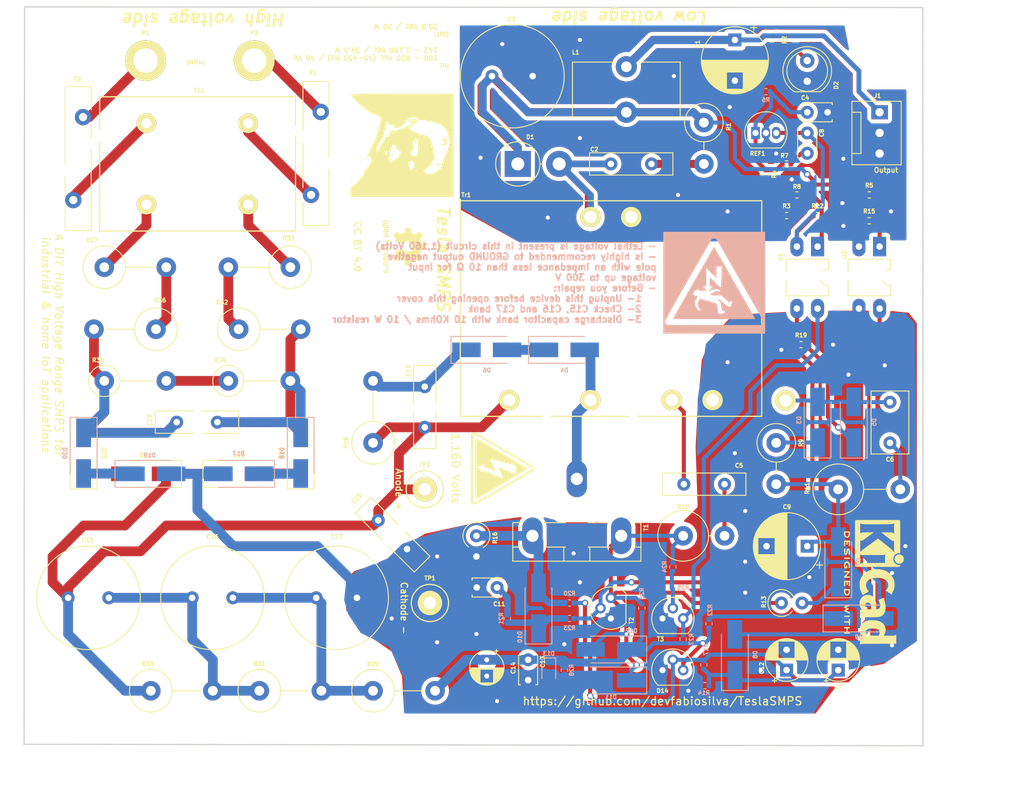
<source format=kicad_pcb>
(kicad_pcb (version 20211014) (generator pcbnew)
  (title_block (title "Tesla SMPS - HVSMPS") (date "2021-06-05") (rev "0.2.0") (comment 1 "Author: Fábio Pereira da Silva") (comment 2 "Title: A DIY wide range SMPS for low power embedded systems") (comment 3 "Copyright: CC BY 4.0") (comment 4 "https://creativecommons.org/licenses/by/4.0/"))
  (layers (0 "F.Cu" signal "cobre frontal") (31 "B.Cu" signal "Cobre traseira") (34 "B.Paste" user "Pasta traseira") (35 "F.Paste" user "Pasta frontal") (36 "B.SilkS" user "Serigrafia traseira") (37 "F.SilkS" user "Serigrafia frontal") (38 "B.Mask" user "Máscara traseira") (39 "F.Mask" user "Máscara frontal") (44 "Edge.Cuts" user "Cortes contorno"))
  (net 0 "")
  (net 1 "Net-(C1-Pad1)")
  (net 2 "GNDPWR")
  (net 3 "Net-(C2-Pad1)")
  (net 4 "Net-(C2-Pad2)")
  (net 5 "Net-(C3-Pad1)")
  (net 6 "Net-(C4-Pad1)")
  (net 7 "Net-(C5-Pad1)")
  (net 8 "Net-(C5-Pad2)")
  (net 9 "Net-(C6-Pad1)")
  (net 10 "Net-(C6-Pad2)")
  (net 11 "GNDREF")
  (net 12 "Net-(C7-Pad1)")
  (net 13 "Net-(C8-Pad1)")
  (net 14 "Net-(C8-Pad2)")
  (net 15 "Net-(C9-Pad1)")
  (net 16 "Net-(C10-Pad2)")
  (net 17 "Net-(C10-Pad1)")
  (net 18 "Net-(C11-Pad1)")
  (net 19 "Net-(C12-Pad1)")
  (net 20 "Net-(C13-Pad1)")
  (net 21 "Net-(C15-Pad2)")
  (net 22 "Net-(C16-Pad2)")
  (net 23 "Net-(C19-Pad2)")
  (net 24 "Net-(C19-Pad1)")
  (net 25 "Net-(D2-Pad2)")
  (net 26 "Net-(D3-Pad1)")
  (net 27 "Net-(D4-Pad1)")
  (net 28 "Net-(D4-Pad2)")
  (net 29 "Net-(D5-Pad1)")
  (net 30 "Net-(D7-Pad1)")
  (net 31 "Net-(D9-Pad1)")
  (net 32 "Net-(D10-Pad2)")
  (net 33 "Net-(D10-Pad1)")
  (net 34 "Net-(D11-Pad1)")
  (net 35 "Net-(D15-Pad2)")
  (net 36 "Net-(D17-Pad1)")
  (net 37 "Net-(D19-Pad1)")
  (net 38 "Net-(D21-Pad2)")
  (net 39 "Net-(F1-Pad2)")
  (net 40 "Net-(F1-Pad1)")
  (net 41 "Net-(F2-Pad1)")
  (net 42 "Net-(F2-Pad2)")
  (net 43 "Net-(FL1-Pad4)")
  (net 44 "Net-(FL1-Pad3)")
  (net 45 "Net-(R3-Pad1)")
  (net 46 "Net-(R15-Pad2)")
  (net 47 "Net-(R12-Pad2)")
  (net 48 "Net-(R19-Pad1)")
  (net 49 "Net-(R24-Pad2)")
  (net 50 "Net-(R27-Pad2)")
  (net 51 "Net-(R32-Pad1)")
  (net 52 "Net-(R34-Pad1)")
  (net 53 "Net-(R36-Pad1)")
  (footprint "Capacitor_THT:CP_Radial_D8.0mm_P5.00mm" (layer "F.Cu") (at 165.1 63.5 -90)
    (fp_text reference "C1")
    (fp_text value "220uF/35V")
  )
  (footprint "Capacitor_THT:C_Disc_D10.0mm_W2.5mm_P5.00mm" (layer "F.Cu") (at 149.86 78.74)
    (fp_text reference "C2")
    (fp_text value "4n7/250V")
  )
  (footprint "Capacitor_THT:C_Radial_D12.5mm_H25.0mm_P5.00mm" (layer "F.Cu") (at 135.255 67.945)
    (fp_text reference "C3")
    (fp_text value "2200uF/35V")
  )
  (footprint "Capacitor_THT:C_Disc_D3.4mm_W2.1mm_P2.50mm" (layer "F.Cu") (at 173.99 72.39)
    (fp_text reference "C4")
    (fp_text value "NC")
  )
  (footprint "Capacitor_THT:C_Disc_D10.0mm_W2.5mm_P5.00mm" (layer "F.Cu") (at 163.83 118.11 180)
    (fp_text reference "C5")
    (fp_text value "1nF/1kV")
  )
  (footprint "Capacitor_THT:C_Disc_D7.5mm_W4.4mm_P5.00mm" (layer "F.Cu") (at 184.15 113.03 90)
    (fp_text reference "C6")
    (fp_text value "27nF/400V")
  )
  (footprint "Capacitor_THT:CP_Radial_D5.0mm_P2.50mm" (layer "F.Cu") (at 177.8 140.97 90)
    (fp_text reference "C7")
    (fp_text value "4u7/35V")
  )
  (footprint "Capacitor_THT:C_Disc_D3.4mm_W2.1mm_P2.50mm" (layer "F.Cu") (at 173.99 74.93 -90)
    (fp_text reference "C8")
    (fp_text value "NC")
  )
  (footprint "Capacitor_THT:CP_Radial_D8.0mm_P5.00mm" (layer "F.Cu") (at 173.99 125.73 180)
    (fp_text reference "C9")
    (fp_text value "220uF/35V")
  )
  (footprint "Capacitor_THT:C_Disc_D10.0mm_W2.5mm_P5.00mm" (layer "F.Cu") (at 127 111.125 90)
    (fp_text reference "C10")
    (fp_text value "1n5/2kV")
  )
  (footprint "Capacitor_THT:C_Disc_D3.4mm_W2.1mm_P2.50mm" (layer "F.Cu") (at 135.89 130.81 180)
    (fp_text reference "C11")
    (fp_text value "820pF")
  )
  (footprint "Capacitor_THT:CP_Radial_D5.0mm_P2.50mm" (layer "F.Cu") (at 171.45 140.97 90)
    (fp_text reference "C12")
    (fp_text value "22uF/25V")
  )
  (footprint "Capacitor_THT:CP_Radial_D4.0mm_P2.00mm" (layer "F.Cu") (at 134.62 139.7 -90)
    (fp_text reference "C14")
    (fp_text value "0.22uF/25V")
  )
  (footprint "Capacitor_THT:C_Radial_D12.5mm_H25.0mm_P5.00mm" (layer "F.Cu") (at 83.185 132.08)
    (fp_text reference "C15")
    (fp_text value "47uF/450V")
  )
  (footprint "Capacitor_THT:C_Radial_D12.5mm_H25.0mm_P5.00mm" (layer "F.Cu") (at 98.425 132.08)
    (fp_text reference "C16")
    (fp_text value "47uF/450V")
  )
  (footprint "Capacitor_THT:C_Radial_D12.5mm_H25.0mm_P5.00mm" (layer "F.Cu") (at 113.665 132.08)
    (fp_text reference "C17")
    (fp_text value "47uF/450V")
  )
  (footprint "Capacitor_THT:C_Disc_D10.0mm_W2.5mm_P5.00mm" (layer "F.Cu") (at 121.285 122.555 -45)
    (fp_text reference "C18")
    (fp_text value "2n2/2kV")
  )
  (footprint "Capacitor_THT:C_Disc_D10.0mm_W2.5mm_P5.00mm" (layer "F.Cu") (at 96.52 110.49)
    (fp_text reference "C19")
    (fp_text value "4n7/2kV")
  )
  (footprint "Diode_THT:D_DO-201AD_P5.08mm_Vertical_AnodeUp" (layer "F.Cu") (at 138.43 78.74)
    (fp_text reference "D1")
    (fp_text value "UF5404")
  )
  (footprint "LED_THT:LED_D5.0mm" (layer "F.Cu") (at 173.99 68.58 90)
    (fp_text reference "D2")
    (fp_text value "POWER")
  )
  (footprint "Package_TO_SOT_THT:TO-92" (layer "F.Cu") (at 156.21 140.97)
    (fp_text reference "D14")
    (fp_text value "2N5262")
  )
  (footprint "Diode_SMD:D_SMA_Handsoldering" (layer "F.Cu") (at 104.14 116.84)
    (fp_text reference "D15")
    (fp_text value "1N4007")
  )
  (footprint "Diode_SMD:D_SMA_Handsoldering" (layer "F.Cu") (at 111.76 114.3 90)
    (fp_text reference "D16")
    (fp_text value "1N4007")
  )
  (footprint "Diode_SMD:D_SMA_Handsoldering" (layer "F.Cu") (at 92.71 116.84 180)
    (fp_text reference "D21")
    (fp_text value "1N4007")
  )
  (footprint "Diode_SMD:D_SMA_Handsoldering" (layer "F.Cu") (at 85.09 114.3 90)
    (fp_text reference "D22")
    (fp_text value "1N4007")
  )
  (footprint "Fuse:Fuse_Bourns_MF-RHT1000" (layer "F.Cu") (at 113.03 82.55 90)
    (fp_text reference "F1")
    (fp_text value "Fuse")
  )
  (footprint "Fuse:Fuse_Bourns_MF-RHT1000" (layer "F.Cu") (at 83.82 83.185 90)
    (fp_text reference "F2")
    (fp_text value "Fuse")
  )
  (footprint "fmodules:F_CHOKE" (layer "F.Cu") (at 99.06 78.74)
    (fp_text reference "FL1")
    (fp_text value "F_CHOKE")
  )
  (footprint "Connector:FanPinHeader_1x03_P2.54mm_Vertical" (layer "F.Cu") (at 182.88 72.39 -90)
    (fp_text reference "J1")
    (fp_text value "OUTPUT: 25.8 VDC/20 W")
  )
  (footprint "Inductor_THT:L_Toroid_Vertical_L13.0mm_W6.5mm_P5.60mm" (layer "F.Cu") (at 151.765 72.39 180)
    (fp_text reference "L1")
    (fp_text value "1mH")
  )
  (footprint "fmodules:F_PIN" (layer "F.Cu") (at 92.71 66.04)
    (fp_text reference "P1")
    (fp_text value "Line1")
  )
  (footprint "fmodules:F_PIN" (layer "F.Cu") (at 106.045 66.04)
    (fp_text reference "P2")
    (fp_text value "Line2")
  )
  (footprint "Resistor_THT:R_Axial_DIN0414_L11.9mm_D4.5mm_P5.08mm_Vertical" (layer "F.Cu") (at 161.29 73.66 -90)
    (fp_text reference "R1")
    (fp_text value "100R/1W")
  )
  (footprint "Resistor_SMD:R_0402_1005Metric" (layer "F.Cu") (at 170.18 63.5 90)
    (fp_text reference "R2")
    (fp_text value "6k8")
  )
  (footprint "Resistor_SMD:R_0402_1005Metric" (layer "F.Cu") (at 171.45 85.09)
    (fp_text reference "R3")
    (fp_text value "2k2")
  )
  (footprint "Resistor_SMD:R_0402_1005Metric" (layer "F.Cu") (at 168.91 80.01 -90)
    (fp_text reference "R4")
    (fp_text value "18k")
  )
  (footprint "Resistor_SMD:R_0402_1005Metric" (layer "F.Cu") (at 181.61 82.55)
    (fp_text reference "R5")
    (fp_text value "39k")
  )
  (footprint "Resistor_SMD:R_0402_1005Metric" (layer "F.Cu") (at 171.45 78.74)
    (fp_text reference "R7")
    (fp_text value "NC")
  )
  (footprint "Resistor_SMD:R_0402_1005Metric" (layer "F.Cu") (at 172.72 82.55 180)
    (fp_text reference "R8")
    (fp_text value "4k7")
  )
  (footprint "Resistor_THT:R_Axial_DIN0414_L11.9mm_D4.5mm_P5.08mm_Vertical" (layer "F.Cu") (at 170.18 113.03 -90)
    (fp_text reference "R9")
    (fp_text value "1R/1W")
  )
  (footprint "Resistor_THT:R_Axial_DIN0617_L17.0mm_D6.0mm_P5.08mm_Vertical" (layer "F.Cu") (at 158.75 124.46)
    (fp_text reference "R10")
    (fp_text value "4k7/2W")
  )
  (footprint "Resistor_THT:R_Axial_DIN0617_L17.0mm_D6.0mm_P7.62mm_Vertical" (layer "F.Cu") (at 177.8 118.745)
    (fp_text reference "R11")
    (fp_text value "150R/5W")
  )
  (footprint "Resistor_SMD:R_0402_1005Metric" (layer "F.Cu") (at 175.26 85.09)
    (fp_text reference "R12")
    (fp_text value "390R")
  )
  (footprint "Resistor_THT:R_Axial_DIN0309_L9.0mm_D3.2mm_P2.54mm_Vertical" (layer "F.Cu") (at 170.815 132.715)
    (fp_text reference "R13")
    (fp_text value "2k2/(1/2W)")
  )
  (footprint "Resistor_SMD:R_0402_1005Metric" (layer "F.Cu") (at 181.61 85.725)
    (fp_text reference "R15")
    (fp_text value "3k3")
  )
  (footprint "Resistor_THT:R_Axial_DIN0309_L9.0mm_D3.2mm_P2.54mm_Vertical" (layer "F.Cu") (at 133.35 124.46 -90)
    (fp_text reference "R16")
    (fp_text value "1R5/3W")
  )
  (footprint "Resistor_THT:R_Axial_DIN0516_L15.5mm_D5.0mm_P7.62mm_Vertical" (layer "F.Cu") (at 120.65 113.03 90)
    (fp_text reference "R18")
    (fp_text value "82k/3W")
  )
  (footprint "Resistor_SMD:R_0402_1005Metric" (layer "F.Cu") (at 173.23 100.965)
    (fp_text reference "R19")
    (fp_text value "27k")
  )
  (footprint "Resistor_THT:R_Axial_DIN0516_L15.5mm_D5.0mm_P7.62mm_Vertical" (layer "F.Cu") (at 120.65 143.51)
    (fp_text reference "R29")
    (fp_text value "100k/2W")
  )
  (footprint "Resistor_THT:R_Axial_DIN0516_L15.5mm_D5.0mm_P7.62mm_Vertical" (layer "F.Cu") (at 93.345 143.51)
    (fp_text reference "R30")
    (fp_text value "100k/2W")
  )
  (footprint "Resistor_THT:R_Axial_DIN0516_L15.5mm_D5.0mm_P7.62mm_Vertical" (layer "F.Cu") (at 106.68 143.51)
    (fp_text reference "R31")
    (fp_text value "100k/2W")
  )
  (footprint "Resistor_THT:R_Axial_DIN0516_L15.5mm_D5.0mm_P7.62mm_Vertical" (layer "F.Cu") (at 104.14 99.06)
    (fp_text reference "R32")
    (fp_text value "6R8/3W")
  )
  (footprint "Resistor_THT:R_Axial_DIN0516_L15.5mm_D5.0mm_P7.62mm_Vertical" (layer "F.Cu") (at 110.49 91.44 180)
    (fp_text reference "R33")
    (fp_text value "6R8/3W")
  )
  (footprint "Resistor_THT:R_Axial_DIN0411_L9.9mm_D3.6mm_P7.62mm_Vertical" (layer "F.Cu") (at 102.87 105.41)
    (fp_text reference "R34")
    (fp_text value "3M3")
  )
  (footprint "Resistor_THT:R_Axial_DIN0411_L9.9mm_D3.6mm_P7.62mm_Vertical" (layer "F.Cu") (at 87.63 105.41)
    (fp_text reference "R35")
    (fp_text value "3M3")
  )
  (footprint "Resistor_THT:R_Axial_DIN0516_L15.5mm_D5.0mm_P7.62mm_Vertical" (layer "F.Cu") (at 93.98 99.06 180)
    (fp_text reference "R36")
    (fp_text value "6R8/3W")
  )
  (footprint "Resistor_THT:R_Axial_DIN0516_L15.5mm_D5.0mm_P7.62mm_Vertical" (layer "F.Cu") (at 87.63 91.44)
    (fp_text reference "R37")
    (fp_text value "6R8/3W")
  )
  (footprint "Package_TO_SOT_THT:TO-92_Inline" (layer "F.Cu") (at 167.64 74.93)
    (fp_text reference "REF1")
    (fp_text value "TL431LP")
  )
  (footprint "fmodules:F_TO-3P-3_Vertical" (layer "F.Cu") (at 151.13 124.46 180)
    (fp_text reference "T1")
    (fp_text value "2SK1317")
  )
  (footprint "Package_TO_SOT_THT:TO-92" (layer "F.Cu") (at 149.86 134.62 90)
    (fp_text reference "T2")
    (fp_text value "2N2222")
  )
  (footprint "Package_TO_SOT_THT:TO-92" (layer "F.Cu") (at 156.21 134.62)
    (fp_text reference "T3")
    (fp_text value "2N2222")
  )
  (footprint "fmodules:1pin" (layer "F.Cu") (at 127.635 132.715)
    (fp_text reference "TP1")
    (fp_text value "0 V")
  )
  (footprint "fmodules:1pin" (layer "F.Cu") (at 127 118.745)
    (fp_text reference "TP2")
    (fp_text value "1,160 Volts")
  )
  (footprint "Package_DIP:DIP-4_W7.62mm_LongPads" (layer "F.Cu") (at 175.26 88.9 -90)
    (fp_text reference "U1")
    (fp_text value "LTV-817")
  )
  (footprint "Package_DIP:DIP-4_W7.62mm_LongPads" (layer "F.Cu") (at 182.88 88.9 -90)
    (fp_text reference "U2")
    (fp_text value "LTV-817")
  )
  (footprint "Capacitor_THT:C_Disc_D3.4mm_W2.1mm_P2.50mm" (layer "F.Cu") (at 139.7 139.7 -90)
    (fp_text reference "C13")
    (fp_text value "100nF")
  )
  (footprint "Symbol:KiCad-Logo2_6mm_SilkScreen" (layer "F.Cu") (at 182.88 130.175 -90)
    (fp_text reference "REF**" hide)
    (fp_text value "KiCad-Logo2_6mm_SilkScreen" hide)
  )
  (footprint "fmodules:F_CAUTION_B" (layer "F.Cu") (at 136.525 116.205 -90)
    (fp_text reference "G***" hide)
    (fp_text value "LOGO" hide)
  )
  (footprint "Symbol:OSHW-Logo2_7.3x6mm_SilkScreen" (layer "F.Cu") (at 124.46 88.9 -90)
    (fp_text reference "REF**" hide)
    (fp_text value "OSHW-Logo2_7.3x6mm_SilkScreen" hide)
  )
  (footprint "fmodules:tesla" (layer "F.Cu") (at 124.206 76.454 -90)
    (fp_text reference "G***" hide)
    (fp_text value "LOGO" hide)
  )
  (footprint "fmodules:F_SCREW" (layer "F.Cu") (at 182.88 64.77)
    (fp_text reference "REF**")
    (fp_text value "F_SCREW")
  )
  (footprint "fmodules:F_SCREW" (layer "F.Cu") (at 182.88 144.78)
    (fp_text reference "REF**")
    (fp_text value "F_SCREW")
  )
  (footprint "fmodules:F_INSULATOR2" (layer "F.Cu") (at 99.06 110.49 180)
    (fp_text reference "REF**")
    (fp_text value "F_INSULATOR2")
  )
  (footprint "fmodules:F_INSULATOR2" (layer "F.Cu") (at 141.986 108.204)
    (fp_text reference "REF**")
    (fp_text value "F_INSULATOR2")
  )
  (footprint "fmodules:F_INSULATOR2" (layer "F.Cu") (at 127 108.712 90)
    (fp_text reference "REF**")
    (fp_text value "F_INSULATOR2")
  )
  (footprint "fmodules:F_INSULATOR2" (layer "F.Cu") (at 123.19 124.46 135)
    (fp_text reference "REF**")
    (fp_text value "F_INSULATOR2")
  )
  (footprint "fmodules:F_INSULATOR2" (layer "F.Cu") (at 152.654 108.204)
    (fp_text reference "REF**")
    (fp_text value "F_INSULATOR2")
  )
  (footprint "fmodules:F_INSULATOR2" (layer "F.Cu") (at 181.61 92.456 90)
    (fp_text reference "REF**")
    (fp_text value "F_INSULATOR2")
  )
  (footprint "fmodules:F_INSULATOR2" (layer "F.Cu") (at 174.244 92.456 90)
    (fp_text reference "REF**")
    (fp_text value "F_INSULATOR2")
  )
  (footprint "fmodules:F_INSULATOR2" (layer "F.Cu") (at 84.836 77.47 135)
    (fp_text reference "REF**")
    (fp_text value "F_INSULATOR2")
  )
  (footprint "fmodules:F_INSULATOR2" (layer "F.Cu") (at 113.538 76.962 45)
    (fp_text reference "REF**")
    (fp_text value "F_INSULATOR2")
  )
  (footprint "modules:F_TR" (layer "F.Cu") (at 149.86 96.52)
    (fp_text reference "Tr1")
    (fp_text value "Transformer")
  )
  (footprint "fmodules:F_SCREW" (layer "F.Cu") (at 83.185 64.77)
    (fp_text reference "REF**")
    (fp_text value "F_SCREW")
  )
  (footprint "fmodules:F_SCREW" (layer "F.Cu") (at 83.185 144.78)
    (fp_text reference "REF**")
    (fp_text value "F_SCREW")
  )
  (footprint "Diode_SMD:D_SMA_Handsoldering" (layer "B.Cu") (at 175.26 110.49 90)
    (fp_text reference "D3")
    (fp_text value "FR103")
  )
  (footprint "Diode_SMD:D_SMA_Handsoldering" (layer "B.Cu") (at 144.145 101.6)
    (fp_text reference "D4")
    (fp_text value "FR107")
  )
  (footprint "Diode_SMD:D_SMA_Handsoldering" (layer "B.Cu") (at 179.705 110.49 90)
    (fp_text reference "D5")
    (fp_text value "FR103")
  )
  (footprint "Diode_SMD:D_SMA_Handsoldering" (layer "B.Cu") (at 134.62 101.6)
    (fp_text reference "D6")
    (fp_text value "FR107")
  )
  (footprint "Diode_SMD:D_SMA_Handsoldering" (layer "B.Cu") (at 177.8 127.675 90)
    (fp_text reference "D7")
    (fp_text value "FR103")
  )
  (footprint "Diode_SMD:D_SMA_Handsoldering" (layer "B.Cu") (at 165.1 139.065 90)
    (fp_text reference "D8")
    (fp_text value "FR103")
  )
  (footprint "Diode_SMD:D_SMA_Handsoldering" (layer "B.Cu") (at 180.34 134.62)
    (fp_text reference "D9")
    (fp_text value "FR103")
  )
  (footprint "Diode_SMD:D_SMA_Handsoldering" (layer "B.Cu") (at 140.97 133.35 90)
    (fp_text reference "D10")
    (fp_text value "FR103")
  )
  (footprint "Diode_SMD:D_SMA_Handsoldering" (layer "B.Cu") (at 149.86 142.24 180)
    (fp_text reference "D11")
    (fp_text value "FR103")
  )
  (footprint "Diode_SMD:D_SMA_Handsoldering" (layer "B.Cu") (at 149.86 138.43 180)
    (fp_text reference "D12")
    (fp_text value "FR103")
  )
  (footprint "Diode_SMD:D_SOD-323F" (layer "B.Cu") (at 142.24 140.97 -90)
    (fp_text reference "D13")
    (fp_text value "12V/0.4W")
  )
  (footprint "Diode_SMD:D_SMA_Handsoldering" (layer "B.Cu") (at 104.14 116.84 180)
    (fp_text reference "D17")
    (fp_text value "1N4007")
  )
  (footprint "Diode_SMD:D_SMA_Handsoldering" (layer "B.Cu") (at 111.76 114.3 -90)
    (fp_text reference "D18")
    (fp_text value "1N4007")
  )
  (footprint "Diode_SMD:D_SMA_Handsoldering" (layer "B.Cu") (at 93.345 116.84)
    (fp_text reference "D19")
    (fp_text value "1N4007")
  )
  (footprint "Diode_SMD:D_SMA_Handsoldering" (layer "B.Cu") (at 85.09 114.3 -90)
    (fp_text reference "D20")
    (fp_text value "1N4007")
  )
  (footprint "Resistor_SMD:R_0402_1005Metric" (layer "B.Cu") (at 168.91 69.85)
    (fp_text reference "R6")
    (fp_text value "2k2")
  )
  (footprint "Resistor_SMD:R_0402_1005Metric" (layer "B.Cu") (at 161.415 142.875 180)
    (fp_text reference "R14")
    (fp_text value "39k")
  )
  (footprint "Resistor_SMD:R_0402_1005Metric" (layer "B.Cu") (at 161.29 140.335 -90)
    (fp_text reference "R17")
    (fp_text value "180k")
  )
  (footprint "Resistor_SMD:R_0402_1005Metric" (layer "B.Cu") (at 144.78 132.715 180)
    (fp_text reference "R20")
    (fp_text value "8k2")
  )
  (footprint "Resistor_SMD:R_0402_1005Metric" (layer "B.Cu") (at 137.16 134.62 90)
    (fp_text reference "R21")
    (fp_text value "22R")
  )
  (footprint "Resistor_SMD:R_0402_1005Metric" (layer "B.Cu") (at 161.925 135.255 90)
    (fp_text reference "R22")
    (fp_text value "1k")
  )
  (footprint "Resistor_SMD:R_0402_1005Metric" (layer "B.Cu") (at 144.78 134.62)
    (fp_text reference "R23")
    (fp_text value "330R")
  )
  (footprint "Resistor_SMD:R_0402_1005Metric" (layer "B.Cu") (at 157.48 128.27 -90)
    (fp_text reference "R24")
    (fp_text value "18k")
  )
  (footprint "Resistor_SMD:R_0402_1005Metric" (layer "B.Cu") (at 156.845 130.81 180)
    (fp_text reference "R25")
    (fp_text value "3k3")
  )
  (footprint "Resistor_SMD:R_0402_1005Metric" (layer "B.Cu") (at 153.67 133.35 90)
    (fp_text reference "R26")
    (fp_text value "6.8k")
  )
  (footprint "Resistor_SMD:R_0402_1005Metric" (layer "B.Cu") (at 158.75 137.16 90)
    (fp_text reference "R27")
    (fp_text value "12k")
  )
  (footprint "Resistor_SMD:R_0402_1005Metric" (layer "B.Cu") (at 144.145 140.97 -90)
    (fp_text reference "R28")
    (fp_text value "150k")
  )
  (footprint "fmodules:F_DANGER" (layer "B.Cu") (at 162.56 93.345 180)
    (fp_text reference "G***" hide)
    (fp_text value "LOGO" hide)
  )
  (gr_line (start 188.1886 59.5122) (end 77.851 59.436) (layer "Edge.Cuts") (width 0.15))
  (gr_line (start 188.214 150.2156) (end 188.1886 59.4868) (layer "Edge.Cuts") (width 0.15))
  (gr_line (start 77.8256 59.5122) (end 77.7748 150.0632) (layer "Edge.Cuts") (width 0.15))
  (gr_line (start 84.5312 150.0886) (end 77.724 150.0886) (layer "Edge.Cuts") (width 0.15))
  (gr_line (start 188.214 150.2664) (end 84.5312 150.0886) (layer "Edge.Cuts") (width 0.15))
  (gr_text "- Lethal voltage is present in this circuit (1,160 Volts)\n- Is highly recommended to GROUND output negative\npole with an impedance less than 10 Ω for input \nvoltage up to 300 V\n- Before you repair:\n   1- Unplug this device before opening this cover\n   2- Check C15, C16 and C17 bank\n   3- Discharge capacitor bank with 10 KOhms / 10 W resistor\n" (at 155.575 93.345) (layer "B.SilkS") (effects (font (size 0.8 0.8) (thickness 0.2)) (justify left mirror)))
  (gr_text "Anode +" (at 123.825 118.745 -90) (layer "F.SilkS") (effects (font (size 0.8 0.8))))
  (gr_text "https://github.com/devfabiosilva/TeslaSMPS" (at 156.21 144.78) (layer "F.SilkS") (effects (font (size 1 1))))
  (gr_text "A DIY High Voltage Range SMPS for\nindustrial & home IoT applications" (at 81.28 100.965 -90) (layer "F.SilkS") (effects (font (size 1 1) (thickness 0.15) italic)))
  (gr_text "Low voltage side" (at 152.146 60.706 180) (layer "F.SilkS") (effects (font (size 1.5 1.5) (thickness 0.3) italic)))
  (gr_text "In:\n   100 - 820 Vac (45-450 Hz) / 46 Va\n   142 - 1,160 Vdc / 34.3 W\n\nOut:\n   25.8 Vdc / 20 W" (at 130.048 64.262 180) (layer "F.SilkS") (effects (font (size 0.6 0.6) (thickness 0.125)) (justify left)))
  (gr_text "Input" (at 100.076 66.294 180) (layer "F.SilkS") (effects (font (size 0.6 0.6) (thickness 0.125)) (justify left)))
  (gr_text "Output" (at 182.118 79.502) (layer "F.SilkS") (effects (font (size 0.6 0.6) (thickness 0.125)) (justify left)))
  (gr_text "Tesla SMPS" (at 129.286 90.424 -90) (layer "F.SilkS") (effects (font (size 1.5 1.5) (thickness 0.3) italic)))
  (gr_text "1,160 Volts" (at 130.81 116.205 270) (layer "F.SilkS") (effects (font (size 1 1))))
  (gr_text "CC BY 4.0" (at 118.745 88.9 -90) (layer "F.SilkS") (effects (font (size 0.8 0.8))))
  (gr_text "Cathode -" (at 124.46 133.35 -90) (layer "F.SilkS") (effects (font (size 0.8 0.8))))
  (gr_text "High voltage side" (at 99.822 60.96 180) (layer "F.SilkS") (effects (font (size 1.5 1.5) (thickness 0.3) italic)))
  (segment (start 168.785 62.99) (end 170.18 62.99) (width 0.5) (layer "F.Cu") (net 1))
  (segment (start 176.02 62.99) (end 180.34 67.31) (width 0.5) (layer "F.Cu") (net 1))
  (segment (start 180.34 69.85) (end 182.88 72.39) (width 0.5) (layer "F.Cu") (net 1))
  (segment (start 168.275 63.5) (end 168.785 62.99) (width 0.5) (layer "F.Cu") (net 1))
  (segment (start 180.34 67.31) (end 180.34 69.85) (width 0.5) (layer "F.Cu") (net 1))
  (segment (start 151.765 66.79) (end 155.055 63.5) (width 1) (layer "F.Cu") (net 1))
  (segment (start 170.18 62.99) (end 176.02 62.99) (width 0.5) (layer "F.Cu") (net 1))
  (segment (start 165.1 63.5) (end 168.275 63.5) (width 0.5) (layer "F.Cu") (net 1))
  (segment (start 155.055 63.5) (end 165.1 63.5) (width 1) (layer "F.Cu") (net 1))
  (segment (start 180.34 69.85) (end 182.88 72.39) (width 0.6) (layer "B.Cu") (net 1))
  (segment (start 168.148 63.5) (end 168.656 62.992) (width 0.6) (layer "B.Cu") (net 1))
  (segment (start 176.022 62.992) (end 180.34 67.31) (width 0.6) (layer "B.Cu") (net 1))
  (segment (start 151.765 66.79) (end 155.055 63.5) (width 1) (layer "B.Cu") (net 1))
  (segment (start 165.1 63.5) (end 168.148 63.5) (width 0.6) (layer "B.Cu") (net 1))
  (segment (start 180.34 67.31) (end 180.34 69.85) (width 0.6) (layer "B.Cu") (net 1))
  (segment (start 168.656 62.992) (end 176.022 62.992) (width 0.6) (layer "B.Cu") (net 1))
  (segment (start 155.055 63.5) (end 165.1 63.5) (width 1) (layer "B.Cu") (net 1))
  (segment (start 180.34 88.9) (end 180.34 86.485) (width 0.25) (layer "F.Cu") (net 2))
  (segment (start 165.1 70.12) (end 165.1 68.5) (width 0.25) (layer "F.Cu") (net 2))
  (segment (start 168.91 73.93) (end 165.1 70.12) (width 0.25) (layer "F.Cu") (net 2))
  (segment (start 180.34 86.485) (end 181.1 85.725) (width 0.25) (layer "F.Cu") (net 2))
  (segment (start 168.91 74.93) (end 168.91 73.93) (width 0.25) (layer "F.Cu") (net 2))
  (via (at 172.085 80.645) (size 0.8) (drill 0.5) (layers "F.Cu" "B.Cu") (net 2))
  (via (at 157.607 67.945) (size 0.8) (drill 0.5) (layers "F.Cu" "B.Cu") (net 2))
  (via (at 133.858 77.978) (size 0.8) (drill 0.5) (layers "F.Cu" "B.Cu") (net 2))
  (via (at 178.308 83.566) (size 0.8) (drill 0.5) (layers "F.Cu" "B.Cu") (net 2))
  (via (at 164.211 84.582) (size 0.8) (drill 0.5) (layers "F.Cu" "B.Cu") (net 2))
  (via (at 184.277 84.582) (size 0.8) (drill 0.5) (layers "F.Cu" "B.Cu") (net 2))
  (via (at 136.525 64.008) (size 0.8) (drill 0.5) (layers "F.Cu" "B.Cu") (net 2))
  (via (at 158.115 82.55) (size 0.8) (drill 0.5) (layers "F.Cu" "B.Cu") (net 2))
  (via (at 164.465 71.755) (size 0.8) (drill 0.5) (layers "F.Cu" "B.Cu") (net 2))
  (via (at 178.435 86.36) (size 0.8) (drill 0.5) (layers "F.Cu" "B.Cu") (net 2))
  (via (at 146.05 63.5) (size 0.8) (drill 0.5) (layers "F.Cu" "B.Cu") (net 2))
  (via (at 178.435 78.105) (size 0.8) (drill 0.5) (layers "F.Cu" "B.Cu") (net 2))
  (via (at 146.05 75.565) (size 0.8) (drill 0.5) (layers "F.Cu" "B.Cu") (net 2))
  (via (at 142.113 85.344) (size 0.8) (drill 0.5) (layers "F.Cu" "B.Cu") (net 2))
  (via (at 170.18 77.47) (size 0.8) (drill 0.5) (layers "F.Cu" "B.Cu") (net 2))
  (segment (start 152.36 85.27) (end 152.36 78.192) (width 0.25) (layer "B.Cu") (net 2))
  (segment (start 180.34 84.455) (end 180.34 88.9) (width 0.25) (layer "B.Cu") (net 2))
  (segment (start 182.88 81.788) (end 182.88 81.915) (width 0.25) (layer "B.Cu") (net 2))
  (segment (start 167.05 68.5) (end 168.4 69.85) (width 0.25) (layer "B.Cu") (net 2))
  (segment (start 150.622 87.008) (end 149.72 87.008) (width 0.25) (layer "B.Cu") (net 2))
  (segment (start 150.114 75.946) (end 146.431 75.946) (width 0.25) (layer "B.Cu") (net 2))
  (segment (start 184.277 84.582) (end 184.277 83.185) (width 0.25) (layer "B.Cu") (net 2))
  (segment (start 149.86 69.596) (end 146.05 65.786) (width 0.25) (layer "B.Cu") (net 2))
  (segment (start 132.08 75.438) (end 132.08 66.802) (width 0.25) (layer "B.Cu") (net 2))
  (segment (start 158.115 82.55) (end 155.08 82.55) (width 0.25) (layer "B.Cu") (net 2))
  (segment (start 178.435 86.36) (end 178.435 86.995) (width 0.25) (layer "B.Cu") (net 2))
  (segment (start 168.91 76.2) (end 168.91 74.93) (width 0.25) (layer "B.Cu") (net 2))
  (segment (start 144.7 63.5) (end 140.255 67.945) (width 0.25) (layer "B.Cu") (net 2))
  (segment (start 182.245 78.105) (end 182.88 77.47) (width 0.25) (layer "B.Cu") (net 2))
  (segment (start 176.49 71.08) (end 173.99 68.58) (width 0.25) (layer "B.Cu") (net 2))
  (segment (start 170.18 77.47) (end 168.91 76.2) (width 0.25) (layer "B.Cu") (net 2))
  (segment (start 165.1 71.12) (end 164.465 71.755) (width 0.8) (layer "B.Cu") (net 2))
  (segment (start 133.858 81.788) (end 133.858 77.978) (width 0.8) (layer "B.Cu") (net 2))
  (segment (start 136.525 64.215) (end 140.255 67.945) (width 0.8) (layer "B.Cu") (net 2))
  (segment (start 172.085 80.645) (end 160.02 80.645) (width 0.25) (layer "B.Cu") (net 2))
  (segment (start 157.607 67.945) (end 155.575 67.945) (width 0.25) (layer "B.Cu") (net 2))
  (segment (start 142.113 85.344) (end 137.414 85.344) (width 0.8) (layer "B.Cu") (net 2))
  (segment (start 136.525 64.008) (end 136.525 64.215) (width 0.8) (layer "B.Cu") (net 2))
  (segment (start 180.34 84.455) (end 179.197 84.455) (width 0.25) (layer "B.Cu") (net 2))
  (segment (start 153.924 69.596) (end 149.86 69.596) (width 0.25) (layer "B.Cu") (net 2))
  (segment (start 165.1 68.5) (end 158.162 68.5) (width 0.25) (layer "B.Cu") (net 2))
  (segment (start 165.1 68.5) (end 167.05 68.5) (width 0.25) (layer "B.Cu") (net 2))
  (segment (start 160.02 80.645) (end 158.115 82.55) (width 0.25) (layer "B.Cu") (net 2))
  (segment (start 178.435 86.995) (end 180.34 88.9) (width 0.25) (layer "B.Cu") (net 2))
  (segment (start 146.431 75.946) (end 146.05 75.565) (width 0.25) (layer "B.Cu") (net 2))
  (segment (start 179.197 84.455) (end 178.308 83.566) (width 0.25) (layer "B.Cu") (net 2))
  (segment (start 133.858 77.978) (end 133.858 77.216) (width 0.25) (layer "B.Cu") (net 2))
  (segment (start 146.05 65.786) (end 146.05 63.5) (width 0.25) (layer "B.Cu") (net 2))
  (segment (start 176.49 72.39) (end 176.49 71.08) (width 0.25) (layer "B.Cu") (net 2))
  (segment (start 178.435 78.105) (end 182.245 78.105) (width 0.25) (layer "B.Cu") (net 2))
  (segment (start 184.277 83.185) (end 182.88 81.788) (width 0.25) (layer "B.Cu") (net 2))
  (segment (start 134.874 64.008) (end 136.525 64.008) (width 0.25) (layer "B.Cu") (net 2))
  (segment (start 173.99 68.58) (end 165.18 68.58) (width 0.25) (layer "B.Cu") (net 2))
  (segment (start 140.97 67.945) (end 140.255 67.945) (width 0.25) (layer "B.Cu") (net 2))
  (segment (start 146.05 63.5) (end 144.7 63.5) (width 0.25) (layer "B.Cu") (net 2))
  (segment (start 133.858 77.216) (end 132.08 75.438) (width 0.25) (layer "B.Cu") (net 2))
  (segment (start 157.607 82.042) (end 158.115 82.55) (width 0.8) (layer "B.Cu") (net 2))
  (segment (start 176.49 72.39) (end 180.34 72.39) (width 0.25) (layer "B.Cu") (net 2))
  (segment (start 155.575 67.945) (end 153.924 69.596) (width 0.25) (layer "B.Cu") (net 2))
  (segment (start 149.72 87.008) (end 148.844 87.884) (width 0.25) (layer "B.Cu") (net 2))
  (segment (start 164.211 84.582) (end 160.147 84.582) (width 0.25) (layer "B.Cu") (net 2))
  (segment (start 165.1 68.5) (end 165.1 71.12) (width 0.8) (layer "B.Cu") (net 2))
  (segment (start 137.414 85.344) (end 133.858 81.788) (width 0.8) (layer "B.Cu") (net 2))
  (segment (start 158.162 68.5) (end 157.607 67.945) (width 0.25) (layer "B.Cu") (net 2))
  (segment (start 182.88 77.47) (end 182.88 81.788) (width 0.25) (layer "B.Cu") (net 2))
  (segment (start 152.36 85.27) (end 150.622 87.008) (width 0.25) (layer "B.Cu") (net 2))
  (segment (start 182.88 77.47) (end 182.88 74.93) (width 0.25) (layer "B.Cu") (net 2))
  (segment (start 132.08 66.802) (end 134.874 64.008) (width 0.25) (layer "B.Cu") (net 2))
  (segment (start 144.653 87.884) (end 142.113 85.344) (width 0.25) (layer "B.Cu") (net 2))
  (segment (start 180.34 72.39) (end 182.88 74.93) (width 0.25) (layer "B.Cu") (net 2))
  (segment (start 155.08 82.55) (end 152.36 85.27) (width 0.25) (layer "B.Cu") (net 2))
  (segment (start 160.147 84.582) (end 158.115 82.55) (width 0.25) (layer "B.Cu") (net 2))
  (segment (start 182.88 81.915) (end 180.34 84.455) (width 0.25) (layer "B.Cu") (net 2))
  (segment (start 165.18 68.58) (end 165.1 68.5) (width 0.25) (layer "B.Cu") (net 2))
  (segment (start 152.36 78.192) (end 150.114 75.946) (width 0.25) (layer "B.Cu") (net 2))
  (segment (start 148.844 87.884) (end 144.653 87.884) (width 0.25) (layer "B.Cu") (net 2))
  (segment (start 147.066 82.296) (end 147.066 84.976) (width 0.8) (layer "F.Cu") (net 3))
  (segment (start 147.36 85.27) (end 147.36 85.685) (width 0.25) (layer "F.Cu") (net 3))
  (segment (start 143.51 78.74) (end 147.066 82.296) (width 0.8) (layer "F.Cu") (net 3))
  (segment (start 147.36 85.27) (end 147.36 82.59) (width 0.8) (layer "F.Cu") (net 3))
  (segment (start 147.066 84.976) (end 147.36 85.27) (width 0.8) (layer "F.Cu") (net 3))
  (segment (start 147.36 82.59) (end 143.51 78.74) (width 0.8) (layer "F.Cu") (net 3))
  (segment (start 149.86 78.74) (end 143.51 78.74) (width 0.8) (layer "F.Cu") (net 3))
  (segment (start 143.51 78.74) (end 149.86 78.74) (width 0.8) (layer "B.Cu") (net 3))
  (segment (start 147.36 82.59) (end 143.51 78.74) (width 0.8) (layer "B.Cu") (net 3))
  (segment (start 147.36 85.27) (end 147.36 82.59) (width 0.8) (layer "B.Cu") (net 3))
  (segment (start 154.86 78.74) (end 161.29 78.74) (width 1) (layer "F.Cu") (net 4))
  (segment (start 171.96 85.09) (end 171.96 82.8) (width 0.5) (layer "F.Cu") (net 5))
  (segment (start 138.43 78.74) (end 138.43 76.835) (width 1) (layer "F.Cu") (net 5))
  (segment (start 172.21 82.23) (end 172.21 82.55) (width 0.5) (layer "F.Cu") (net 5))
  (segment (start 174.625 80.645) (end 174.625 81.28) (width 0.5) (layer "F.Cu") (net 5))
  (segment (start 181.1 82.55) (end 180.975 82.55) (width 0.5) (layer "F.Cu") (net 5))
  (segment (start 135.255 67.945) (end 139.7 72.39) (width 1) (layer "F.Cu") (net 5))
  (segment (start 133.985 69.215) (end 135.255 67.945) (width 1) (layer "F.Cu") (net 5))
  (segment (start 171.96 82.8) (end 172.21 82.55) (width 0.5) (layer "F.Cu") (net 5))
  (segment (start 160.02 72.39) (end 161.29 73.66) (width 1) (layer "F.Cu") (net 5))
  (segment (start 174.625 81.28) (end 173.16 81.28) (width 0.5) (layer "F.Cu") (net 5))
  (segment (start 179.705 81.28) (end 174.625 81.28) (width 0.5) (layer "F.Cu") (net 5))
  (segment (start 133.985 72.39) (end 133.985 69.215) (width 1) (layer "F.Cu") (net 5))
  (segment (start 151.765 72.39) (end 160.02 72.39) (width 1) (layer "F.Cu") (net 5))
  (segment (start 180.975 82.55) (end 179.705 81.28) (width 0.5) (layer "F.Cu") (net 5))
  (segment (start 139.7 72.39) (end 151.765 72.39) (width 1) (layer "F.Cu") (net 5))
  (segment (start 173.99 80.01) (end 174.625 80.645) (width 0.5) (layer "F.Cu") (net 5))
  (segment (start 138.43 76.835) (end 133.985 72.39) (width 1) (layer "F.Cu") (net 5))
  (segment (start 173.16 81.28) (end 172.21 82.23) (width 0.5) (layer "F.Cu") (net 5))
  (via (at 173.99 80.01) (size 0.8) (drill 0.5) (layers "F.Cu" "B.Cu") (net 5))
  (segment (start 165.1 74.93) (end 165.1 78.105) (width 0.5) (layer "B.Cu") (net 5))
  (segment (start 138.43 76.708) (end 138.43 78.74) (width 1) (layer "B.Cu") (net 5))
  (segment (start 166.37 79.375) (end 173.355 79.375) (width 0.5) (layer "B.Cu") (net 5))
  (segment (start 134.112 69.088) (end 134.112 72.39) (width 1) (layer "B.Cu") (net 5))
  (segment (start 163.83 73.66) (end 165.1 74.93) (width 0.5) (layer "B.Cu") (net 5))
  (segment (start 161.29 73.66) (end 163.83 73.66) (width 0.5) (layer "B.Cu") (net 5))
  (segment (start 134.112 72.39) (end 138.43 76.708) (width 1) (layer "B.Cu") (net 5))
  (segment (start 151.765 72.39) (end 160.02 72.39) (width 1) (layer "B.Cu") (net 5))
  (segment (start 139.7 72.39) (end 151.765 72.39) (width 1) (layer "B.Cu") (net 5))
  (segment (start 173.355 79.375) (end 173.99 80.01) (width 0.5) (layer "B.Cu") (net 5))
  (segment (start 160.02 72.39) (end 161.29 73.66) (width 1) (layer "B.Cu") (net 5))
  (segment (start 135.255 67.945) (end 134.112 69.088) (width 1) (layer "B.Cu") (net 5))
  (segment (start 135.255 67.945) (end 136.906 69.596) (width 0.8) (layer "B.Cu") (net 5))
  (segment (start 165.1 78.105) (end 166.37 79.375) (width 0.5) (layer "B.Cu") (net 5))
  (segment (start 136.906 69.596) (end 139.7 72.39) (width 1) (layer "B.Cu") (net 5))
  (segment (start 168.91 79.5) (end 170.18 79.5) (width 0.5) (layer "F.Cu") (net 6))
  (segment (start 168.91 79.5) (end 167.64 78.23) (width 0.5) (layer "F.Cu") (net 6))
  (segment (start 167.64 78.23) (end 167.64 74.93) (width 0.5) (layer "F.Cu") (net 6))
  (segment (start 170.18 79.5) (end 170.94 78.74) (width 0.5) (layer "F.Cu") (net 6))
  (segment (start 169.545 71.755) (end 169.545 69.975) (width 0.5) (layer "B.Cu") (net 6))
  (segment (start 171.96 72.39) (end 169.42 69.85) (width 0.5) (layer "B.Cu") (net 6))
  (segment (start 167.64 74.93) (end 167.64 73.66) (width 0.5) (layer "B.Cu") (net 6))
  (segment (start 173.99 72.39) (end 171.96 72.39) (width 0.5) (layer "B.Cu") (net 6))
  (segment (start 167.64 73.66) (end 169.545 71.755) (width 0.5) (layer "B.Cu") (net 6))
  (segment (start 169.545 69.975) (end 169.42 69.85) (width 0.5) (layer "B.Cu") (net 6))
  (segment (start 163.83 124.46) (end 163.83 118.11) (width 0.5) (layer "F.Cu") (net 7))
  (segment (start 158.83 109.24) (end 157.36 107.77) (width 0.5) (layer "F.Cu") (net 8))
  (segment (start 158.83 118.11) (end 158.83 109.24) (width 0.5) (layer "F.Cu") (net 8))
  (segment (start 185.42 114.3) (end 184.15 113.03) (width 0.5) (layer "B.Cu") (net 9))
  (segment (start 185.42 118.745) (end 185.42 114.3) (width 0.5) (layer "B.Cu") (net 9))
  (segment (start 175.093 107.823) (end 175.26 107.99) (width 0.5) (layer "B.Cu") (net 10))
  (segment (start 184.15 108.03) (end 179.745 108.03) (width 0.5) (layer "B.Cu") (net 10))
  (segment (start 171.323 107.823) (end 175.093 107.823) (width 0.5) (layer "B.Cu") (net 10))
  (segment (start 179.745 108.03) (end 179.705 107.99) (width 0.5) (layer "B.Cu") (net 10))
  (segment (start 179.705 107.99) (end 175.26 107.99) (width 0.5) (layer "B.Cu") (net 10))
  (segment (start 134.62 141.7) (end 136.39 141.7) (width 1.2) (layer "F.Cu") (net 11))
  (segment (start 140.375 137.795) (end 137.795 135.215) (width 0.25) (layer "F.Cu") (net 11))
  (segment (start 176.022 131.318) (end 176.022 134.112) (width 0.25) (layer "F.Cu") (net 11))
  (segment (start 177.165 100.965) (end 177.165 99.695) (width 0.25) (layer "F.Cu") (net 11))
  (segment (start 135.89 144.78) (end 135.89 142.97) (width 0.25) (layer "F.Cu") (net 11))
  (segment (start 170.18 120.523) (end 170.18 123.698) (width 0.25) (layer "F.Cu") (net 11))
  (segment (start 137.795 135.215) (end 137.795 140.295) (width 1.2) (layer "F.Cu") (net 11))
  (segment (start 170.18 123.698) (end 168.99 124.888) (width 0.25) (layer "F.Cu") (net 11))
  (segment (start 176.022 134.112) (end 171.664 138.47) (width 0.25) (layer "F.Cu") (net 11))
  (segment (start 171.664 138.47) (end 171.45 138.47) (width 0.25) (layer "F.Cu") (net 11))
  (segment (start 174.244 129.54) (end 176.022 131.318) (width 0.25) (layer "F.Cu") (net 11))
  (segment (start 136.485 136.525) (end 137.795 135.215) (width 0.25) (layer "F.Cu") (net 11))
  (segment (start 165.735 143.51) (end 168.275 140.97) (width 0.25) (layer "F.Cu") (net 11))
  (segment (start 151.674999 144.870001) (end 142.330001 144.870001) (width 0.25) (layer "F.Cu") (net 11))
  (segment (start 159.385 143.51) (end 153.035 143.51) (width 0.25) (layer "F.Cu") (net 11))
  (segment (start 168.275 140.335) (end 170.14 138.47) (width 0.25) (layer "F.Cu") (net 11))
  (segment (start 159.385 143.51) (end 165.735 143.51) (width 0.25) (layer "F.Cu") (net 11))
  (segment (start 135.89 142.97) (end 134.62 141.7) (width 0.25) (layer "F.Cu") (net 11))
  (segment (start 142.24 144.78) (end 135.89 144.78) (width 0.25) (layer "F.Cu") (net 11))
  (segment (start 180.086 130.048) (end 176.022 134.112) (width 0.25) (layer "F.Cu") (net 11))
  (segment (start 156.21 140.97) (end 156.21 142.24) (width 0.25) (layer "F.Cu") (net 11))
  (segment (start 165.1 110.51) (end 162.36 107.77) (width 0.25) (layer "F.Cu") (net 11))
  (segment (start 168.99 125.73) (end 168.190001 124.930001) (width 0.25) (layer "F.Cu") (net 11))
  (segment (start 168.275 140.97) (end 168.275 140.335) (width 0.25) (layer "F.Cu") (net 11))
  (segment (start 142.330001 144.870001) (end 142.24 144.78) (width 0.25) (layer "F.Cu") (net 11))
  (segment (start 153.035 143.51) (end 151.674999 144.870001) (width 0.25) (layer "F.Cu") (net 11))
  (segment (start 170.815 104.775) (end 167.82 107.77) (width 0.25) (layer "F.Cu") (net 11))
  (segment (start 167.82 107.77) (end 162.36 107.77) (width 0.25) (layer "F.Cu") (net 11))
  (segment (start 157.48 143.51) (end 159.385 143.51) (width 0.25) (layer "F.Cu") (net 11))
  (segment (start 177.165 99.695) (end 180.34 96.52) (width 0.25) (layer "F.Cu") (net 11))
  (segment (start 170.815 101.6) (end 170.815 104.775) (width 0.25) (layer "F.Cu") (net 11))
  (segment (start 168.190001 124.930001) (end 168.190001 113.600001) (width 0.25) (layer "F.Cu") (net 11))
  (segment (start 165.1 114.3) (end 165.1 110.51) (width 0.25) (layer "F.Cu") (net 11))
  (segment (start 166.37 123.11) (end 168.99 125.73) (width 0.25) (layer "F.Cu") (net 11))
  (segment (start 144.145 137.795) (end 140.375 137.795) (width 0.25) (layer "F.Cu") (net 11))
  (segment (start 170.14 138.47) (end 171.45 138.47) (width 0.25) (layer "F.Cu") (net 11))
  (segment (start 137.795 140.295) (end 139.7 142.2) (width 1.2) (layer "F.Cu") (net 11))
  (segment (start 136.39 141.7) (end 137.795 140.295) (width 1.2) (layer "F.Cu") (net 11))
  (segment (start 146.05 130.175) (end 144.145 132.08) (width 0.25) (layer "F.Cu") (net 11))
  (segment (start 167.085 127.635) (end 168.99 125.73) (width 0.25) (layer "F.Cu") (net 11))
  (segment (start 156.21 142.24) (end 157.48 143.51) (width 0.25) (layer "F.Cu") (net 11))
  (segment (start 168.190001 113.600001) (end 162.36 107.77) (width 0.25) (layer "F.Cu") (net 11))
  (segment (start 156.21 140.97) (end 156.21 134.62) (width 0.25) (layer "F.Cu") (net 11))
  (segment (start 133.39 130.81) (end 137.795 135.215) (width 1.2) (layer "F.Cu") (net 11))
  (segment (start 144.145 132.08) (end 144.145 137.795) (width 0.25) (layer "F.Cu") (net 11))
  (segment (start 166.37 127.635) (end 167.085 127.635) (width 0.25) (layer "F.Cu") (net 11))
  (segment (start 133.35 136.525) (end 136.485 136.525) (width 0.25) (layer "F.Cu") (net 11))
  (segment (start 166.37 121.412) (end 166.37 123.11) (width 0.25) (layer "F.Cu") (net 11))
  (segment (start 168.99 124.888) (end 168.99 125.73) (width 0.25) (layer "F.Cu") (net 11))
  (via (at 164.211 103.124) (size 0.8) (drill 0.5) (layers "F.Cu" "B.Cu") (net 11))
  (via (at 179.07 104.648) (size 0.8) (drill 0.5) (layers "F.Cu" "B.Cu") (net 11))
  (via (at 184.404 129.032) (size 0.8) (drill 0.5) (layers "F.Cu" "B.Cu") (net 11))
  (via (at 184.404 137.922) (size 0.8) (drill 0.5) (layers "F.Cu" "B.Cu") (net 11))
  (via (at 145.288 126.619) (size 0.8) (drill 0.5) (layers "F.Cu" "B.Cu") (net 11))
  (via (at 128.524 137.541) (size 0.8) (drill 0.5) (layers "F.Cu" "B.Cu") (net 11))
  (via (at 122.936 134.62) (size 0.8) (drill 0.5) (layers "F.Cu" "B.Cu") (net 11))
  (via (at 128.524 127) (size 0.8) (drill 0.5) (layers "F.Cu" "B.Cu") (net 11))
  (via (at 174.244 129.54) (size 0.8) (drill 0.5) (layers "F.Cu" "B.Cu") (net 11))
  (via (at 166.37 121.412) (size 0.8) (drill 0.5) (layers "F.Cu" "B.Cu") (net 11))
  (via (at 146.05 130.175) (size 0.8) (drill 0.5) (layers "F.Cu" "B.Cu") (net 11))
  (via (at 183.515 103.505) (size 0.8) (drill 0.5) (layers "F.Cu" "B.Cu") (net 11))
  (via (at 165.1 114.3) (size 0.8) (drill 0.5) (layers "F.Cu" "B.Cu") (net 11))
  (via (at 168.275 140.97) (size 0.8) (drill 0.5) (layers "F.Cu" "B.Cu") (net 11))
  (via (at 177.165 100.965) (size 0.8) (drill 0.5) (layers "F.Cu" "B.Cu") (net 11))
  (via (at 166.37 131.445) (size 0.8) (drill 0.5) (layers "F.Cu" "B.Cu") (net 11))
  (via (at 133.35 136.525) (size 0.8) (drill 0.5) (layers "F.Cu" "B.Cu") (net 11))
  (via (at 159.385 143.51) (size 0.8) (drill 0.5) (layers "F.Cu" "B.Cu") (net 11))
  (via (at 186.055 125.73) (size 0.8) (drill 0.5) (layers "F.Cu" "B.Cu") (net 11))
  (via (at 166.37 127.635) (size 0.8) (drill 0.5) (layers "F.Cu" "B.Cu") (net 11))
  (via (at 170.815 101.6) (size 0.8) (drill 0.5) (layers "F.Cu" "B.Cu") (net 11))
  (via (at 144.145 137.795) (size 0.8) (drill 0.5) (layers "F.Cu" "B.Cu") (net 11))
  (via (at 135.89 144.78) (size 0.8) (drill 0.5) (layers "F.Cu" "B.Cu") (net 11))
  (segment (start 139.7 142.2) (end 142.11 142.2) (width 1) (layer "B.Cu") (net 11))
  (segment (start 160.27 143.51) (end 160.905 142.875) (width 0.25) (layer "B.Cu") (net 11))
  (segment (start 122.936 134.62) (end 125.73 134.62) (width 0.25) (layer "B.Cu") (net 11))
  (segment (start 159.385 143.51) (end 160.27 143.51) (width 0.25) (layer "B.Cu") (net 11))
  (segment (start 185.275001 106.535001) (end 186.055 107.315) (width 0.25) (layer "B.Cu") (net 11))
  (segment (start 144.78 136.525) (end 147.32 136.525) (width 0.25) (layer "B.Cu") (net 11))
  (segment (start 182.245 111.125) (end 182.245 121.92) (width 0.25) (layer "B.Cu") (net 11))
  (segment (start 184.785 137.16) (end 184.9755 136.9695) (width 0.25) (layer "B.Cu") (net 11))
  (segment (start 156.21 130.935) (end 156.335 130.81) (width 0.25) (layer "B.Cu") (net 11))
  (segment (start 170.815 104.775) (end 177.165 104.775) (width 0.25) (layer "B.Cu") (net 11))
  (segment (start 183.535002 137.16) (end 184.785 137.16) (width 0.25) (layer "B.Cu") (net 11))
  (segment (start 185.275001 105.265001) (end 185.275001 106.535001) (width 0.25) (layer "B.Cu") (net 11))
  (segment (start 180.467 102.235) (end 180.467 96.647) (width 0.25) (layer "B.Cu") (net 11))
  (segment (start 128.524 137.541) (end 128.524 133.604) (width 0.25) (layer "B.Cu") (net 11))
  (segment (start 124.820534 129.900534) (end 127.635 132.715) (width 1.2) (layer "B.Cu") (net 11))
  (segment (start 144.145 137.16) (end 144.78 136.525) (width 0.25) (layer "B.Cu") (net 11))
  (segment (start 156.21 134.62) (end 156.21 130.935) (width 0.25) (layer "B.Cu") (net 11))
  (segment (start 186.055 125.73) (end 186.055 127.381) (width 0.25) (layer "B.Cu") (net 11))
  (segment (start 119.486534 131.424534) (end 124.820534 126.090534) (width 1.2) (layer "B.Cu") (net 11))
  (segment (start 95.845 116.84) (end 99.06 116.84) (width 1.2) (layer "B.Cu") (net 11))
  (segment (start 166.37 127.635) (end 166.37 131.445) (width 0.25) (layer "B.Cu") (net 11))
  (segment (start 179.07 103.632) (end 180.467 102.235) (width 0.25) (layer "B.Cu") (net 11))
  (segment (start 128.524 127) (end 133.35 127) (width 0.25) (layer "B.Cu") (net 11))
  (segment (start 118.831068 132.08) (end 119.486534 131.424534) (width 1.2) (layer "B.Cu") (net 11))
  (segment (start 182.88 110.49) (end 182.245 111.125) (width 0.25) (layer "B.Cu") (net 11))
  (segment (start 103.505 125.73) (end 113.792 125.73) (width 1.2) (layer "B.Cu") (net 11))
  (segment (start 180.467 102.362) (end 180.467 102.235) (width 0.25) (layer "B.Cu") (net 11))
  (segment (start 113.792 125.73) (end 119.486534 131.424534) (width 1.2) (layer "B.Cu") (net 11))
  (segment (start 186.055 127.381) (end 184.404 129.032) (width 0.25) (layer "B.Cu") (net 11))
  (segment (start 149.225 134.62) (end 149.86 134.62) (width 0.25) (layer "B.Cu") (net 11))
  (segment (start 186.055 109.22) (end 184.785 110.49) (width 0.25) (layer "B.Cu") (net 11))
  (segment (start 168.99 125.73) (end 167.64 124.38) (width 0.25) (layer "B.Cu") (net 11))
  (segment (start 128.524 133.604) (end 127.635 132.715) (width 0.25) (layer "B.Cu") (net 11))
  (segment (start 184.785 110.49) (end 182.88 110.49) (width 0.25) (layer "B.Cu") (net 11))
  (segment (start 142.11 142.2) (end 142.24 142.07) (width 1) (layer "B.Cu") (net 11))
  (segment (start 180.34 101.6) (end 180.34 96.52) (width 0.25) (layer "B.Cu") (net 11))
  (segment (start 177.8 138.47) (end 182.225002 138.47) (width 0.25) (layer "B.Cu") (net 11))
  (segment (start 143.73501 142.07) (end 144.145 141.66001) (width 1) (layer "B.Cu") (net 11))
  (segment (start 147.32 136.525) (end 149.225 134.62) (width 0.25) (layer "B.Cu") (net 11))
  (segment (start 142.24 142.07) (end 143.73501 142.07) (width 1) (layer "B.Cu") (net 11))
  (segment (start 99.06 116.84) (end 99.06 121.285) (width 1.2) (layer "B.Cu") (net 11))
  (segment (start 182.225002 138.47) (end 183.535002 137.16) (width 0.25) (layer "B.Cu") (net 11))
  (segment (start 180.467 96.647) (end 180.34 96.52) (width 0.25) (layer "B.Cu") (net 11))
  (segment (start 146.05 127.381) (end 145.288 126.619) (width 0.25) (layer "B.Cu") (net 11))
  (segment (start 177.165 104.775) (end 180.34 101.6) (width 0.25) (layer "B.Cu") (net 11))
  (segment (start 186.055 135.89) (end 186.055 125.73) (width 0.25) (layer "B.Cu") (net 11))
  (segment (start 133.39 127.04) (end 133.35 127) (width 1.2) (layer "B.Cu") (net 11))
  (segment (start 186.055 107.315) (end 186.055 109.22) (width 0.25) (layer "B.Cu") (net 11))
  (segment (start 118.665 132.08) (end 118.831068 132.08) (width 1.2) (layer "B.Cu") (net 11))
  (segment (start 182.245 121.92) (end 186.055 125.73) (width 0.25) (layer "B.Cu") (net 11))
  (segment (start 167.64 124.38) (end 167.64 110.49) (width 0.25) (layer "B.Cu") (net 11))
  (segment (start 99.06 121.285) (end 103.505 125.73) (width 1.2) (layer "B.Cu") (net 11))
  (segment (start 183.515 103.505) (end 185.275001 105.265001) (width 0.25) (layer "B.Cu") (net 11))
  (segment (start 162.36 104.975) (end 164.211 103.124) (width 0.25) (layer "B.Cu") (net 11))
  (segment (start 124.820534 126.090534) (end 124.820534 129.900534) (width 1.2) (layer "B.Cu") (net 11))
  (segment (start 125.73 134.62) (end 127.635 132.715) (width 0.25) (layer "B.Cu") (net 11))
  (segment (start 146.05 130.175) (end 146.05 127.381) (width 0.25) (layer "B.Cu") (net 11))
  (segment (start 168.91 106.68) (end 170.815 104.775) (width 0.25) (layer "B.Cu") (net 11))
  (segment (start 179.07 104.648) (end 179.07 103.632) (width 0.25) (layer "B.Cu") (net 11))
  (segment (start 184.404 137.922) (end 184.9755 137.3505) (width 0.25) (layer "B.Cu") (net 11))
  (segment (start 139.74 142.24) (end 139.7 142.2) (width 1) (layer "B.Cu") (net 11))
  (segment (start 147.36 142.24) (end 139.74 142.24) (width 1) (layer "B.Cu") (net 11))
  (segment (start 177.8 138.47) (end 171.45 138.47) (width 0.25) (layer "B.Cu") (net 11))
  (segment (start 183.515 103.505) (end 182.245 103.505) (width 0.25) (layer "B.Cu") (net 11))
  (segment (start 168.91 109.22) (end 168.91 106.68) (width 0.25) (layer "B.Cu") (net 11))
  (segment (start 127.635 132.715) (end 133.35 127) (width 1.2) (layer "B.Cu") (net 11))
  (segment (start 182.245 103.505) (end 180.34 101.6) (width 0.25) (layer "B.Cu") (net 11))
  (segment (start 184.9755 136.9695) (end 186.055 135.89) (width 0.25) (layer "B.Cu") (net 11))
  (segment (start 99.06 116.84) (end 101.64 116.84) (width 1.2) (layer "B.Cu") (net 11))
  (segment (start 133.39 130.81) (end 133.39 127.04) (width 1.2) (layer "B.Cu") (net 11))
  (segment (start 167.64 110.49) (end 168.91 109.22) (width 0.25) (layer "B.Cu") (net 11))
  (segment (start 162.36 107.77) (end 162.36 104.975) (width 0.25) (layer "B.Cu") (net 11))
  (segment (start 184.9755 137.3505) (end 184.9755 136.9695) (width 0.25) (layer "B.Cu") (net 11))
  (segment (start 144.145 137.795) (end 144.145 137.16) (width 0.25) (layer "B.Cu") (net 11))
  (segment (start 165.1 141.565) (end 162.01 141.565) (width 0.5) (layer "B.Cu") (net 12))
  (segment (start 162.01 141.565) (end 161.29 140.845) (width 0.5) (layer "B.Cu") (net 12))
  (segment (start 165.1 141.565) (end 165.755001 142.220001) (width 0.5) (layer "B.Cu") (net 12))
  (segment (start 176.549999 142.220001) (end 177.8 140.97) (width 0.5) (layer "B.Cu") (net 12))
  (segment (start 161.925 141.48) (end 161.29 140.845) (width 0.5) (layer "B.Cu") (net 12))
  (segment (start 165.755001 142.220001) (end 176.549999 142.220001) (width 0.5) (layer "B.Cu") (net 12))
  (segment (start 161.925 142.875) (end 161.925 141.48) (width 0.5) (layer "B.Cu") (net 12))
  (segment (start 172.72 88.9) (end 172.72 87.12) (width 0.5) (layer "F.Cu") (net 13))
  (segment (start 172.72 87.12) (end 174.75 85.09) (width 0.5) (layer "F.Cu") (net 13))
  (segment (start 170.18 74.93) (end 173.99 74.93) (width 0.5) (layer "F.Cu") (net 13))
  (segment (start 172.72 88.9) (end 172.72 86.995) (width 0.5) (layer "B.Cu") (net 13))
  (segment (start 175.895 83.82) (end 175.895 76.835) (width 0.5) (layer "B.Cu") (net 13))
  (segment (start 172.72 86.995) (end 175.895 83.82) (width 0.5) (layer "B.Cu") (net 13))
  (segment (start 175.895 76.835) (end 173.99 74.93) (width 0.5) (layer "B.Cu") (net 13))
  (segment (start 173.27 77.43) (end 171.96 78.74) (width 0.5) (layer "F.Cu") (net 14))
  (segment (start 173.99 77.43) (end 173.27 77.43) (width 0.5) (layer "F.Cu") (net 14))
  (segment (start 174.545 125.175) (end 173.99 125.73) (width 0.5) (layer "B.Cu") (net 15))
  (segment (start 177.165 118.11) (end 177.8 118.745) (width 0.5) (layer "B.Cu") (net 15))
  (segment (start 182.84 130.215) (end 182.84 134.62) (width 0.5) (layer "B.Cu") (net 15))
  (segment (start 165.1 136.565) (end 180.895 136.565) (width 0.5) (layer "B.Cu") (net 15))
  (segment (start 170.18 118.11) (end 177.165 118.11) (width 0.5) (layer "B.Cu") (net 15))
  (segment (start 180.895 136.565) (end 182.84 134.62) (width 0.5) (layer "B.Cu") (net 15))
  (segment (start 177.8 125.175) (end 177.8 118.745) (width 0.5) (layer "B.Cu") (net 15))
  (segment (start 177.8 125.175) (end 182.84 130.215) (width 0.5) (layer "B.Cu") (net 15))
  (segment (start 177.8 125.175) (end 174.545 125.175) (width 0.5) (layer "B.Cu") (net 15))
  (segment (start 132.12 101.6) (end 131.525 101.6) (width 1.2) (layer "B.Cu") (net 16))
  (segment (start 127 106.125) (end 121.365 106.125) (width 1.2) (layer "B.Cu") (net 16))
  (segment (start 121.365 106.125) (end 120.65 105.41) (width 1.2) (layer "B.Cu") (net 16))
  (segment (start 131.525 101.6) (end 127 106.125) (width 1.2) (layer "B.Cu") (net 16))
  (segment (start 83.185 130.81) (end 87.63 126.365) (width 1.2) (layer "F.Cu") (net 17))
  (segment (start 127 111.125) (end 134.005 111.125) (width 1.2) (layer "F.Cu") (net 17))
  (segment (start 95.25 123.19) (end 120.65 123.19) (width 1.2) (layer "F.Cu") (net 17))
  (segment (start 121.285 122.555) (end 121.285 121.285) (width 1.2) (layer "F.Cu") (net 17))
  (segment (start 90.17 123.19) (end 85.09 123.19) (width 1.2) (layer "F.Cu") (net 17))
  (segment (start 98.425 116.84) (end 95.885 116.84) (width 1.2) (layer "F.Cu") (net 17))
  (segment (start 123.825 118.745) (end 123.825 114.3) (width 1.2) (layer "F.Cu") (net 17))
  (segment (start 98.425 116.84) (end 101.64 116.84) (width 1.2) (layer "F.Cu") (net 17))
  (segment (start 95.21 116.84) (end 98.425 116.84) (width 1.2) (layer "F.Cu") (net 17))
  (segment (start 85.09 123.19) (end 81.28 127) (width 1.2) (layer "F.Cu") (net 17))
  (segment (start 123.825 114.3) (end 127 111.125) (width 1.2) (layer "F.Cu") (net 17))
  (segment (start 95.21 116.84) (end 95.21 118.15) (width 1.2) (layer "F.Cu") (net 17))
  (segment (start 121.285 121.285) (end 123.825 118.745) (width 1.2) (layer "F.Cu") (net 17))
  (segment (start 95.21 118.15) (end 90.17 123.19) (width 1.2) (layer "F.Cu") (net 17))
  (segment (start 81.28 127) (end 81.28 130.175) (width 1.2) (layer "F.Cu") (net 17))
  (segment (start 83.185 132.08) (end 83.185 130.81) (width 1.2) (layer "F.Cu") (net 17))
  (segment (start 123.825 118.745) (end 127 118.745) (width 1.2) (layer "F.Cu") (net 17))
  (segment (start 87.63 126.365) (end 92.075 126.365) (width 1.2) (layer "F.Cu") (net 17))
  (segment (start 134.005 111.125) (end 137.36 107.77) (width 1.2) (layer "F.Cu") (net 17))
  (segment (start 92.075 126.365) (end 95.25 123.19) (width 1.2) (layer "F.Cu") (net 17))
  (segment (start 122.555 111.125) (end 120.65 113.03) (width 1.2) (layer "F.Cu") (net 17))
  (segment (start 125.095 113.03) (end 127 111.125) (width 1.2) (layer "F.Cu") (net 17))
  (segment (start 120.65 123.19) (end 121.285 122.555) (width 1.2) (layer "F.Cu") (net 17))
  (segment (start 127 111.125) (end 122.555 111.125) (width 1.2) (layer "F.Cu") (net 17))
  (segment (start 81.28 130.175) (end 83.185 132.08) (width 1.2) (layer "F.Cu") (net 17))
  (segment (start 83.185 136.525) (end 90.17 143.51) (width 1.2) (layer "B.Cu") (net 17))
  (segment (start 83.185 132.08) (end 83.185 136.525) (width 1.2) (layer "B.Cu") (net 17))
  (segment (start 90.17 143.51) (end 93.345 143.51) (width 1.2) (layer "B.Cu") (net 17))
  (segment (start 137.16 132.08) (end 137.16 134.11) (width 0.8) (layer "B.Cu") (net 18))
  (segment (start 135.89 130.81) (end 137.16 132.08) (width 0.8) (layer "B.Cu") (net 18))
  (segment (start 146.685 138.43) (end 147.32 139.065) (width 0.5) (layer "F.Cu") (net 19))
  (segment (start 171.45 140.97) (end 172.700001 142.220001) (width 0.5) (layer "F.Cu") (net 19))
  (segment (start 180.975 135.255) (end 181.61 134.62) (width 0.5) (layer "F.Cu") (net 19))
  (segment (start 146.685 132.715) (end 146.685 138.43) (width 0.5) (layer "F.Cu") (net 19))
  (segment (start 147.32 139.065) (end 147.32 144.145) (width 0.5) (layer "F.Cu") (net 19))
  (segment (start 178.960001 142.220001) (end 180.975 140.205002) (width 0.5) (layer "F.Cu") (net 19))
  (segment (start 181.61 99.695) (end 182.88 98.425) (width 0.5) (layer "F.Cu") (net 19))
  (segment (start 182.88 98.425) (end 182.88 96.52) (width 0.5) (layer "F.Cu") (net 19))
  (segment (start 181.61 134.62) (end 181.61 99.695) (width 0.5) (layer "F.Cu") (net 19))
  (segment (start 180.975 140.205002) (end 180.975 135.255) (width 0.5) (layer "F.Cu") (net 19))
  (segment (start 172.700001 142.220001) (end 178.960001 142.220001) (width 0.5) (layer "F.Cu") (net 19))
  (via (at 147.32 144.145) (size 0.8) (drill 0.5) (layers "F.Cu" "B.Cu") (net 19))
  (via (at 146.685 132.715) (size 0.8) (drill 0.5) (layers "F.Cu" "B.Cu") (net 19))
  (segment (start 162.05 139.065) (end 169.545 139.065) (width 0.5) (layer "B.Cu") (net 19))
  (segment (start 169.545 139.065) (end 171.45 140.97) (width 0.5) (layer "B.Cu") (net 19))
  (segment (start 156.845 144.78) (end 157.48 144.145) (width 0.5) (layer "B.Cu") (net 19))
  (segment (start 161.165 139.7) (end 161.29 139.825) (width 0.5) (layer "B.Cu") (net 19))
  (segment (start 161.29 139.825) (end 162.05 139.065) (width 0.5) (layer "B.Cu") (net 19))
  (segment (start 157.48 139.7) (end 161.165 139.7) (width 0.5) (layer "B.Cu") (net 19))
  (segment (start 157.48 144.145) (end 157.48 139.7) (width 0.5) (layer "B.Cu") (net 19))
  (segment (start 147.32 144.145) (end 147.955 144.78) (width 0.5) (layer "B.Cu") (net 19))
  (segment (start 147.955 144.78) (end 156.845 144.78) (width 0.5) (layer "B.Cu") (net 19))
  (segment (start 145.29 132.715) (end 146.685 132.715) (width 0.5) (layer "B.Cu") (net 19))
  (segment (start 158.75 140.97) (end 158.75 140.085) (width 0.5) (layer "F.Cu") (net 20))
  (segment (start 158.75 140.085) (end 161.165 137.67) (width 0.5) (layer "F.Cu") (net 20))
  (via (at 161.165 137.67) (size 0.8) (drill 0.5) (layers "F.Cu" "B.Cu") (net 20))
  (segment (start 154.305 138.43) (end 155.065 137.67) (width 0.5) (layer "B.Cu") (net 20))
  (segment (start 128.27 143.51) (end 132.08 139.7) (width 1.2) (layer "B.Cu") (net 20))
  (segment (start 144.145 140.335) (end 144.145 140.46) (width 1) (layer "B.Cu") (net 20))
  (segment (start 152.36 138.43) (end 154.305 138.43) (width 0.5) (layer "B.Cu") (net 20))
  (segment (start 143.68 139.87) (end 144.145 140.335) (width 1) (layer "B.Cu") (net 20))
  (segment (start 150.759999 140.030001) (end 152.36 138.43) (width 1) (layer "B.Cu") (net 20))
  (segment (start 158.75 137.67) (end 161.165 137.67) (width 0.5) (layer "B.Cu") (net 20))
  (segment (start 144.11 139.7) (end 144.440001 140.030001) (width 1) (layer "B.Cu") (net 20))
  (segment (start 139.7 139.7) (end 140.97 139.7) (width 1) (layer "B.Cu") (net 20))
  (segment (start 134.62 139.7) (end 139.7 139.7) (width 1.2) (layer "B.Cu") (net 20))
  (segment (start 144.440001 140.030001) (end 150.759999 140.030001) (width 1) (layer "B.Cu") (net 20))
  (segment (start 155.065 137.67) (end 158.75 137.67) (width 0.5) (layer "B.Cu") (net 20))
  (segment (start 140.97 139.7) (end 144.11 139.7) (width 1) (layer "B.Cu") (net 20))
  (segment (start 161.415 137.67) (end 161.925 137.16) (width 0.5) (layer "B.Cu") (net 20))
  (segment (start 132.08 139.7) (end 134.62 139.7) (width 1.2) (layer "B.Cu") (net 20))
  (segment (start 153.67 137.12) (end 152.36 138.43) (width 0.5) (layer "B.Cu") (net 20))
  (segment (start 142.07 139.7) (end 142.24 139.87) (width 1) (layer "B.Cu") (net 20))
  (segment (start 161.925 137.16) (end 161.925 135.765) (width 0.5) (layer "B.Cu") (net 20))
  (segment (start 140.97 139.7) (end 142.07 139.7) (width 1) (layer "B.Cu") (net 20))
  (segment (start 142.24 139.87) (end 143.68 139.87) (width 1) (layer "B.Cu") (net 20))
  (segment (start 161.165 137.67) (end 161.415 137.67) (width 0.5) (layer "B.Cu") (net 20))
  (segment (start 153.67 133.86) (end 153.67 137.12) (width 0.5) (layer "B.Cu") (net 20))
  (segment (start 98.425 137.16) (end 98.425 132.08) (width 1.2) (layer "B.Cu") (net 21))
  (segment (start 88.185 132.08) (end 98.425 132.08) (width 1.2) (layer "B.Cu") (net 21))
  (segment (start 100.965 139.7) (end 98.425 137.16) (width 1.2) (layer "B.Cu") (net 21))
  (segment (start 106.68 143.51) (end 100.965 143.51) (width 1.2) (layer "B.Cu") (net 21))
  (segment (start 100.965 143.51) (end 100.965 139.7) (width 1.2) (layer "B.Cu") (net 21))
  (segment (start 114.3 143.51) (end 114.3 132.715) (width 1.2) (layer "B.Cu") (net 22))
  (segment (start 114.3 132.715) (end 113.665 132.08) (width 1.2) (layer "B.Cu") (net 22))
  (segment (start 120.65 143.51) (end 114.3 143.51) (width 1.2) (layer "B.Cu") (net 22))
  (segment (start 103.425 132.08) (end 113.665 132.08) (width 1.2) (layer "B.Cu") (net 22))
  (segment (start 110.45 110.49) (end 111.76 111.8) (width 1.2) (layer "F.Cu") (net 23))
  (segment (start 101.52 110.49) (end 110.45 110.49) (width 1.2) (layer "F.Cu") (net 23))
  (segment (start 110.49 105.41) (end 110.49 110.53) (width 1.2) (layer "F.Cu") (net 23))
  (segment (start 110.49 105.41) (end 110.49 100.33) (width 1.2) (layer "F.Cu") (net 23))
  (segment (start 110.49 100.33) (end 111.76 99.06) (width 1.2) (layer "F.Cu") (net 23))
  (segment (start 110.49 110.53) (end 111.76 111.8) (width 1.2) (layer "F.Cu") (net 23))
  (segment (start 111.76 111.76) (end 110.49 110.49) (width 1.2) (layer "B.Cu") (net 23))
  (segment (start 111.76 111.8) (end 111.76 106.68) (width 1.2) (layer "B.Cu") (net 23))
  (segment (start 111.76 106.68) (end 110.49 105.41) (width 1.2) (layer "B.Cu") (net 23))
  (segment (start 110.49 110.49) (end 101.52 110.49) (width 1.2) (layer "B.Cu") (net 23))
  (segment (start 111.76 111.8) (end 111.76 111.76) (width 1.2) (layer "B.Cu") (net 23))
  (segment (start 87.63 105.41) (end 87.63 109.26) (width 1.2) (layer "F.Cu") (net 24))
  (segment (start 87.63 109.26) (end 85.09 111.8) (width 1.2) (layer "F.Cu") (net 24))
  (segment (start 86.36 104.14) (end 87.63 105.41) (width 1.2) (layer "F.Cu") (net 24))
  (segment (start 85.09 111.8) (end 95.21 111.8) (width 1.2) (layer "F.Cu") (net 24))
  (segment (start 86.36 99.06) (end 86.36 104.14) (width 1.2) (layer "F.Cu") (net 24))
  (segment (start 95.21 111.8) (end 96.52 110.49) (width 1.2) (layer "F.Cu") (net 24))
  (segment (start 96.52 110.49) (end 95.21 111.8) (width 1.2) (layer "B.Cu") (net 24))
  (segment (start 85.09 111.76) (end 87.63 109.22) (width 1.2) (layer "B.Cu") (net 24))
  (segment (start 95.21 111.8) (end 85.09 111.8) (width 1.2) (layer "B.Cu") (net 24))
  (segment (start 85.09 111.8) (end 85.09 111.76) (width 1.2) (layer "B.Cu") (net 24))
  (segment (start 87.63 109.22) (end 87.63 105.41) (width 1.2) (layer "B.Cu") (net 24))
  (segment (start 171.96 64.01) (end 173.99 66.04) (width 0.5) (layer "F.Cu") (net 25))
  (segment (start 170.18 64.01) (end 171.96 64.01) (width 0.5) (layer "F.Cu") (net 25))
  (segment (start 170.22 112.99) (end 170.18 113.03) (width 0.5) (layer "B.Cu") (net 26))
  (segment (start 175.26 112.99) (end 170.22 112.99) (width 0.5) (layer "B.Cu") (net 26))
  (segment (start 141.645 101.6) (end 137.12 101.6) (width 1.2) (layer "B.Cu") (net 27))
  (segment (start 147.36 107.77) (end 147.36 102.315) (width 1.2) (layer "B.Cu") (net 28))
  (segment (start 147.36 102.315) (end 146.645 101.6) (width 1.2) (layer "B.Cu") (net 28))
  (segment (start 145.68 117.46) (end 145.68 109.45) (width 1.2) (layer "B.Cu") (net 28))
  (segment (start 145.68 109.45) (end 147.36 107.77) (width 1.2) (layer "B.Cu") (net 28))
  (segment (start 177.8 111.125) (end 176.53 109.855) (width 0.5) (layer "F.Cu") (net 29))
  (segment (start 176.53 103.755) (end 173.74 100.965) (width 0.5) (layer "F.Cu") (net 29))
  (segment (start 176.53 109.855) (end 176.53 103.755) (width 0.5) (layer "F.Cu") (net 29))
  (via (at 177.8 111.125) (size 0.8) (drill 0.5) (layers "F.Cu" "B.Cu") (net 29))
  (segment (start 179.705 112.99) (end 179.665 112.99) (width 0.5) (layer "B.Cu") (net 29))
  (segment (start 179.665 112.99) (end 177.8 111.125) (width 0.5) (layer "B.Cu") (net 29))
  (segment (start 173.355 132.715) (end 175.26 132.715) (width 0.5) (layer "B.Cu") (net 30))
  (segment (start 175.26 132.715) (end 177.8 130.175) (width 0.5) (layer "B.Cu") (net 30))
  (segment (start 177.584999 134.364999) (end 162.305001 134.364999) (width 0.5) (layer "B.Cu") (net 31))
  (segment (start 162.305001 134.364999) (end 161.925 134.745) (width 0.5) (layer "B.Cu") (net 31))
  (segment (start 177.84 134.62) (end 177.584999 134.364999) (width 0.5) (layer "B.Cu") (net 31))
  (segment (start 140.97 130.85) (end 140.97 125.2) (width 1.2) (layer "B.Cu") (net 32))
  (segment (start 140.97 125.2) (end 140.23 124.46) (width 1.2) (layer "B.Cu") (net 32))
  (segment (start 133.35 124.46) (end 140.23 124.46) (width 1.2) (layer "B.Cu") (net 32))
  (segment (start 142.24 132.715) (end 144.145 132.715) (width 0.8) (layer "B.Cu") (net 32))
  (segment (start 140.97 130.85) (end 140.97 131.445) (width 0.8) (layer "B.Cu") (net 32))
  (segment (start 140.97 131.445) (end 142.24 132.715) (width 0.8) (layer "B.Cu") (net 32))
  (segment (start 141.01 135.85) (end 142.24 134.62) (width 0.8) (layer "B.Cu") (net 33))
  (segment (start 137.16 135.13) (end 140.25 135.13) (width 0.8) (layer "B.Cu") (net 33))
  (segment (start 140.97 135.85) (end 141.01 135.85) (width 0.8) (layer "B.Cu") (net 33))
  (segment (start 140.25 135.13) (end 140.97 135.85) (width 0.8) (layer "B.Cu") (net 33))
  (segment (start 142.24 134.62) (end 144.27 134.62) (width 0.8) (layer "B.Cu") (net 33))
  (segment (start 149.86 125.73) (end 151.13 124.46) (width 0.5) (layer "F.Cu") (net 34))
  (segment (start 153.035 140.335) (end 151.765 139.065) (width 0.5) (layer "F.Cu") (net 34))
  (segment (start 158.75 131.445) (end 150.495 131.445) (width 0.5) (layer "F.Cu") (net 34))
  (segment (start 170.815 132.715) (end 160.02 132.715) (width 0.5) (layer "F.Cu") (net 34))
  (segment (start 151.765 133.985) (end 149.86 132.08) (width 0.5) (layer "F.Cu") (net 34))
  (segment (start 151.765 139.065) (end 151.765 136.525) (width 0.5) (layer "F.Cu") (net 34))
  (segment (start 149.86 132.08) (end 149.86 125.73) (width 0.5) (layer "F.Cu") (net 34))
  (segment (start 151.765 136.525) (end 151.765 133.985) (width 0.5) (layer "F.Cu") (net 34))
  (segment (start 150.495 131.445) (end 149.86 132.08) (width 0.5) (layer "F.Cu") (net 34))
  (segment (start 160.02 132.715) (end 158.75 131.445) (width 0.5) (layer "F.Cu") (net 34))
  (via (at 151.765 136.525) (size 0.8) (drill 0.4) (layers "F.Cu" "B.Cu") (net 34))
  (via (at 153.035 140.335) (size 0.8) (drill 0.5) (layers "F.Cu" "B.Cu") (net 34))
  (segment (start 157.48 125.73) (end 158.75 124.46) (width 0.5) (layer "B.Cu") (net 34))
  (segment (start 152.36 141.01) (end 153.035 140.335) (width 0.5) (layer "B.Cu") (net 34))
  (segment (start 147.36 138.43) (end 149.265 136.525) (width 0.5) (layer "B.Cu") (net 34))
  (segment (start 152.36 142.24) (end 152.36 141.01) (width 0.5) (layer "B.Cu") (net 34))
  (segment (start 152.91 132.08) (end 153.67 132.84) (width 0.5) (layer "B.Cu") (net 34))
  (segment (start 149.265 136.525) (end 151.765 136.525) (width 0.5) (layer "B.Cu") (net 34))
  (segment (start 158.75 124.46) (end 151.13 124.46) (width 0.5) (layer "B.Cu") (net 34))
  (segment (start 149.86 132.08) (end 152.91 132.08) (width 0.5) (layer "B.Cu") (net 34))
  (segment (start 157.48 127.76) (end 157.48 125.73) (width 0.5) (layer "B.Cu") (net 34))
  (segment (start 106.68 116.8) (end 106.64 116.84) (width 1.2) (layer "F.Cu") (net 35))
  (segment (start 111.76 116.8) (end 106.68 116.8) (width 1.2) (layer "F.Cu") (net 35))
  (segment (start 111.72 116.84) (end 111.76 116.8) (width 1.2) (layer "B.Cu") (net 36))
  (segment (start 106.64 116.84) (end 111.72 116.84) (width 1.2) (layer "B.Cu") (net 36))
  (segment (start 85.09 116.8) (end 90.805 116.8) (width 1.2) (layer "B.Cu") (net 37))
  (segment (start 90.805 116.8) (end 90.845 116.84) (width 1.2) (layer "B.Cu") (net 37))
  (segment (start 85.09 116.8) (end 90.17 116.8) (width 1.2) (layer "F.Cu") (net 38))
  (segment (start 90.17 116.8) (end 90.21 116.84) (width 1.2) (layer "F.Cu") (net 38))
  (segment (start 106.045 66.04) (end 107.92 66.04) (width 1.2) (layer "F.Cu") (net 39))
  (segment (start 107.92 66.04) (end 114.23 72.35) (width 1.2) (layer "F.Cu") (net 39))
  (segment (start 105.31 74.83) (end 105.31 73.74) (width 1.2) (layer "F.Cu") (net 40))
  (segment (start 113.03 82.55) (end 105.31 74.83) (width 1.2) (layer "F.Cu") (net 40))
  (segment (start 92.81 73.74) (end 83.82 82.73) (width 1.2) (layer "F.Cu") (net 41))
  (segment (start 83.82 82.73) (end 83.82 83.185) (width 1.2) (layer "F.Cu") (net 41))
  (segment (start 85.765 72.985) (end 92.71 66.04) (width 1.2) (layer "F.Cu") (net 42))
  (segment (start 85.02 72.985) (end 85.765 72.985) (width 1.2) (layer "F.Cu") (net 42))
  (segment (start 92.81 83.74) (end 92.81 86.26) (width 1.2) (layer "F.Cu") (net 43))
  (segment (start 92.81 86.26) (end 87.63 91.44) (width 1.2) (layer "F.Cu") (net 43))
  (segment (start 105.31 83.74) (end 105.31 86.26) (width 1.2) (layer "F.Cu") (net 44))
  (segment (start 105.31 86.26) (end 110.49 91.44) (width 1.2) (layer "F.Cu") (net 44))
  (segment (start 170.055 80.52) (end 168.91 80.52) (width 0.5) (layer "F.Cu") (net 45))
  (segment (start 170.94 85.09) (end 170.94 81.405) (width 0.5) (layer "F.Cu") (net 45))
  (segment (start 170.94 81.405) (end 170.055 80.52) (width 0.5) (layer "F.Cu") (net 45))
  (segment (start 182.12 85.725) (end 182.12 82.55) (width 0.5) (layer "F.Cu") (net 46))
  (segment (start 182.88 86.485) (end 182.12 85.725) (width 0.5) (layer "F.Cu") (net 46))
  (segment (start 182.88 88.9) (end 182.88 86.485) (width 0.5) (layer "F.Cu") (net 46))
  (segment (start 175.77 83.695) (end 174.625 82.55) (width 0.5) (layer "F.Cu") (net 47))
  (segment (start 175.77 88.39) (end 175.77 85.09) (width 0.5) (layer "F.Cu") (net 47))
  (segment (start 175.26 88.9) (end 175.77 88.39) (width 0.5) (layer "F.Cu") (net 47))
  (segment (start 174.625 82.55) (end 173.23 82.55) (width 0.5) (layer "F.Cu") (net 47))
  (segment (start 175.77 85.09) (end 175.77 83.695) (width 0.5) (layer "F.Cu") (net 47))
  (segment (start 172.72 96.52) (end 172.72 100.33) (width 0.5) (layer "F.Cu") (net 48))
  (segment (start 174.625 103.505) (end 174.625 120.65) (width 0.5) (layer "F.Cu") (net 48))
  (segment (start 172.72 101.6) (end 174.625 103.505) (width 0.5) (layer "F.Cu") (net 48))
  (segment (start 170.815 124.46) (end 170.815 128.27) (width 0.5) (layer "F.Cu") (net 48))
  (segment (start 168.91 130.175) (end 152.4 130.175) (width 0.5) (layer "F.Cu") (net 48))
  (segment (start 174.625 120.65) (end 170.815 124.46) (width 0.5) (layer "F.Cu") (net 48))
  (segment (start 172.72 100.33) (end 172.72 100.965) (width 0.5) (layer "F.Cu") (net 48))
  (segment (start 170.815 128.27) (end 168.91 130.175) (width 0.5) (layer "F.Cu") (net 48))
  (segment (start 172.72 100.33) (end 172.72 101.6) (width 0.5) (layer "F.Cu") (net 48))
  (via (at 152.4 130.175) (size 0.8) (drill 0.5) (layers "F.Cu" "B.Cu") (net 48))
  (segment (start 147.32 134.62) (end 148.59 133.35) (width 0.5) (layer "B.Cu") (net 48))
  (segment (start 150.136998 130.175) (end 148.59 131.721998) (width 0.5) (layer "B.Cu") (net 48))
  (segment (start 148.59 131.721998) (end 148.59 133.35) (width 0.5) (layer "B.Cu") (net 48))
  (segment (start 152.4 130.175) (end 150.136998 130.175) (width 0.5) (layer "B.Cu") (net 48))
  (segment (start 145.29 134.62) (end 147.32 134.62) (width 0.5) (layer "B.Cu") (net 48))
  (segment (start 157.355 130.81) (end 157.355 128.905) (width 0.5) (layer "B.Cu") (net 49))
  (segment (start 157.355 128.905) (end 157.48 128.78) (width 0.5) (layer "B.Cu") (net 49))
  (segment (start 157.48 130.935) (end 157.355 130.81) (width 0.5) (layer "B.Cu") (net 49))
  (segment (start 157.48 133.35) (end 157.48 130.935) (width 0.5) (layer "B.Cu") (net 49))
  (segment (start 158.75 134.62) (end 160.02 133.35) (width 0.5) (layer "B.Cu") (net 50))
  (segment (start 175.26 101.6) (end 175.26 96.52) (width 0.5) (layer "B.Cu") (net 50))
  (segment (start 170.18 103.505) (end 173.355 103.505) (width 0.5) (layer "B.Cu") (net 50))
  (segment (start 161.29 127) (end 161.29 114.935) (width 0.5) (layer "B.Cu") (net 50))
  (segment (start 160.02 133.35) (end 160.02 128.27) (width 0.5) (layer "B.Cu") (net 50))
  (segment (start 158.75 136.65) (end 158.75 134.62) (width 0.5) (layer "B.Cu") (net 50))
  (segment (start 161.29 114.935) (end 167.005 109.22) (width 0.5) (layer "B.Cu") (net 50))
  (segment (start 167.005 106.68) (end 170.18 103.505) (width 0.5) (layer "B.Cu") (net 50))
  (segment (start 173.355 103.505) (end 175.26 101.6) (width 0.5) (layer "B.Cu") (net 50))
  (segment (start 160.02 128.27) (end 161.29 127) (width 0.5) (layer "B.Cu") (net 50))
  (segment (start 167.005 109.22) (end 167.005 106.68) (width 0.5) (layer "B.Cu") (net 50))
  (segment (start 102.87 97.79) (end 104.14 99.06) (width 1.2) (layer "F.Cu") (net 51))
  (segment (start 102.87 91.44) (end 102.87 97.79) (width 1.2) (layer "F.Cu") (net 51))
  (segment (start 95.25 105.41) (end 102.87 105.41) (width 1.2) (layer "F.Cu") (net 52))
  (segment (start 95.25 97.79) (end 93.98 99.06) (width 1.2) (layer "F.Cu") (net 53))
  (segment (start 95.25 91.44) (end 95.25 97.79) (width 1.2) (layer "F.Cu") (net 53))
  (zone (net 11) (net_name "GNDREF") (layer "F.Cu") (connect_pads yes (clearance 0.508)) (min_thickness 0.254) (fill yes (thermal_gap 0.508) (thermal_bridge_width 0.508))
    (polygon (pts (xy 186.436 97.028) (xy 187.452 98.298) (xy 187.452 137.414) (xy 183.388 140.208) (xy 179.07 140.97) (xy 175.006 146.304) (xy 124.46 146.05) (xy 124.206 141.732) (xy 122.936 138.684) (xy 119.634 136.398) (xy 117.348 133.604) (xy 117.348 129.794) (xy 118.364 128.778) (xy 121.666 127.762) (xy 124.968 125.476) (xy 127 124.206) (xy 132.842 122.936) (xy 140.462 121.92) (xy 143.764 122.682) (xy 158.496 122.936) (xy 160.528 120.904) (xy 160.274 113.538) (xy 160.528 108.712) (xy 161.036 102.87) (xy 162.052 100.33) (xy 164.846 97.282) (xy 174.498 96.774) (xy 183.896 96.774)))
  )
  (zone (net 2) (net_name "GNDPWR") (layer "F.Cu") (connect_pads yes (clearance 0.508)) (min_thickness 0.254) (fill yes (thermal_gap 0.508) (thermal_bridge_width 0.508))
    (polygon (pts (xy 179.578 67.564) (xy 180.086 69.596) (xy 185.928 69.596) (xy 185.928 88.138) (xy 155.702 88.138) (xy 153.416 88.392) (xy 138.684 88.392) (xy 131.318 84.328) (xy 131.318 61.722) (xy 178.308 61.722)))
  )
  (zone (net 11) (net_name "GNDREF") (layer "B.Cu") (connect_pads yes (clearance 0.508)) (min_thickness 0.254) (fill yes (thermal_gap 0.508) (thermal_bridge_width 0.508))
    (polygon (pts (xy 183.896 97.028) (xy 185.928 97.028) (xy 187.198 98.298) (xy 187.452 123.444) (xy 187.452 137.414) (xy 183.642 139.954) (xy 177.8 141.224) (xy 174.752 146.304) (xy 124.46 146.304) (xy 124.46 141.986) (xy 122.682 138.176) (xy 119.126 136.398) (xy 117.602 134.112) (xy 117.094 132.334) (xy 117.348 130.048) (xy 118.618 128.778) (xy 122.428 127.254) (xy 124.206 125.476) (xy 126.238 124.714) (xy 128.778 123.952) (xy 132.842 122.936) (xy 141.732 122.174) (xy 144.272 122.936) (xy 158.242 122.936) (xy 160.274 121.158) (xy 160.528 107.696) (xy 161.544 100.838) (xy 165.1 97.282) (xy 177.292 96.774)))
  )
  (zone (net 2) (net_name "GNDPWR") (layer "B.Cu") (connect_pads yes (clearance 0.508)) (min_thickness 0.254) (fill yes (thermal_gap 0.508) (thermal_bridge_width 0.508))
    (polygon (pts (xy 180.086 69.596) (xy 186.182 69.596) (xy 186.182 88.138) (xy 138.938 88.392) (xy 138.684 88.392) (xy 131.318 84.074) (xy 131.318 61.722) (xy 178.562 61.722)))
  )
)
</source>
